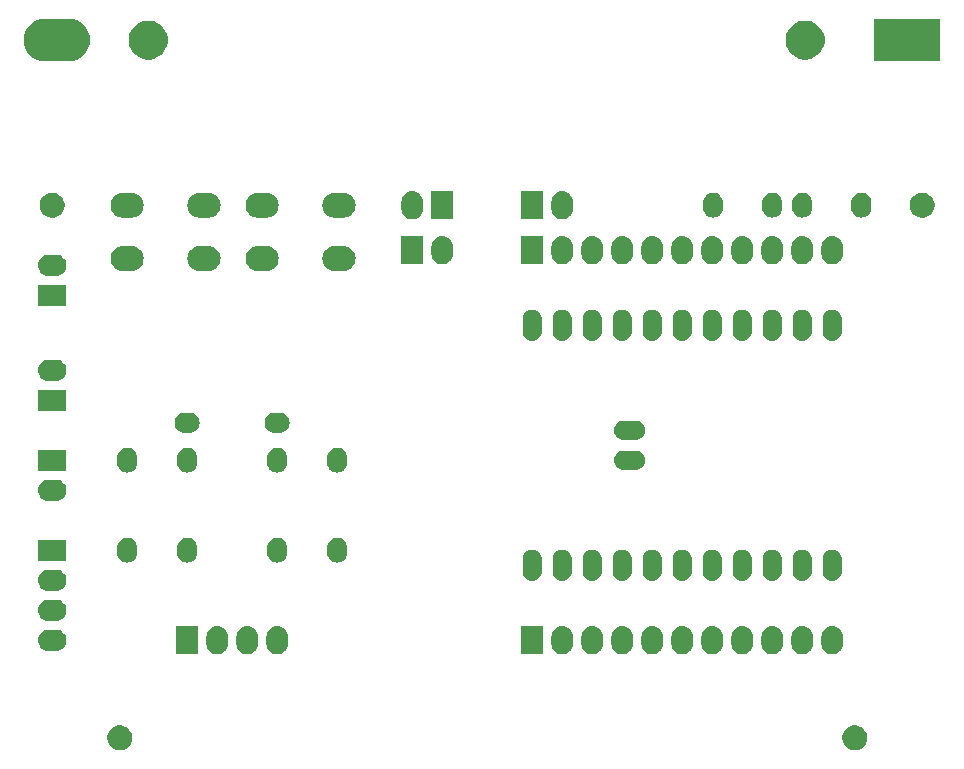
<source format=gts>
G04 #@! TF.GenerationSoftware,KiCad,Pcbnew,(5.1.5)-3*
G04 #@! TF.CreationDate,2020-07-16T15:34:51+02:00*
G04 #@! TF.ProjectId,AdaptaddorCubeCellV2,41646170-7461-4646-946f-724375626543,1.0*
G04 #@! TF.SameCoordinates,Original*
G04 #@! TF.FileFunction,Soldermask,Top*
G04 #@! TF.FilePolarity,Negative*
%FSLAX46Y46*%
G04 Gerber Fmt 4.6, Leading zero omitted, Abs format (unit mm)*
G04 Created by KiCad (PCBNEW (5.1.5)-3) date 2020-07-16 15:34:51*
%MOMM*%
%LPD*%
G04 APERTURE LIST*
%ADD10C,0.100000*%
G04 APERTURE END LIST*
D10*
G36*
X160961564Y-135514389D02*
G01*
X161152833Y-135593615D01*
X161152835Y-135593616D01*
X161324973Y-135708635D01*
X161471365Y-135855027D01*
X161586385Y-136027167D01*
X161665611Y-136218436D01*
X161706000Y-136421484D01*
X161706000Y-136628516D01*
X161665611Y-136831564D01*
X161586385Y-137022833D01*
X161586384Y-137022835D01*
X161471365Y-137194973D01*
X161324973Y-137341365D01*
X161152835Y-137456384D01*
X161152834Y-137456385D01*
X161152833Y-137456385D01*
X160961564Y-137535611D01*
X160758516Y-137576000D01*
X160551484Y-137576000D01*
X160348436Y-137535611D01*
X160157167Y-137456385D01*
X160157166Y-137456385D01*
X160157165Y-137456384D01*
X159985027Y-137341365D01*
X159838635Y-137194973D01*
X159723616Y-137022835D01*
X159723615Y-137022833D01*
X159644389Y-136831564D01*
X159604000Y-136628516D01*
X159604000Y-136421484D01*
X159644389Y-136218436D01*
X159723615Y-136027167D01*
X159838635Y-135855027D01*
X159985027Y-135708635D01*
X160157165Y-135593616D01*
X160157167Y-135593615D01*
X160348436Y-135514389D01*
X160551484Y-135474000D01*
X160758516Y-135474000D01*
X160961564Y-135514389D01*
G37*
G36*
X98731564Y-135514389D02*
G01*
X98922833Y-135593615D01*
X98922835Y-135593616D01*
X99094973Y-135708635D01*
X99241365Y-135855027D01*
X99356385Y-136027167D01*
X99435611Y-136218436D01*
X99476000Y-136421484D01*
X99476000Y-136628516D01*
X99435611Y-136831564D01*
X99356385Y-137022833D01*
X99356384Y-137022835D01*
X99241365Y-137194973D01*
X99094973Y-137341365D01*
X98922835Y-137456384D01*
X98922834Y-137456385D01*
X98922833Y-137456385D01*
X98731564Y-137535611D01*
X98528516Y-137576000D01*
X98321484Y-137576000D01*
X98118436Y-137535611D01*
X97927167Y-137456385D01*
X97927166Y-137456385D01*
X97927165Y-137456384D01*
X97755027Y-137341365D01*
X97608635Y-137194973D01*
X97493616Y-137022835D01*
X97493615Y-137022833D01*
X97414389Y-136831564D01*
X97374000Y-136628516D01*
X97374000Y-136421484D01*
X97414389Y-136218436D01*
X97493615Y-136027167D01*
X97608635Y-135855027D01*
X97755027Y-135708635D01*
X97927165Y-135593616D01*
X97927167Y-135593615D01*
X98118436Y-135514389D01*
X98321484Y-135474000D01*
X98528516Y-135474000D01*
X98731564Y-135514389D01*
G37*
G36*
X143686626Y-127082037D02*
G01*
X143856465Y-127133557D01*
X143856467Y-127133558D01*
X144012989Y-127217221D01*
X144150186Y-127329814D01*
X144233448Y-127431271D01*
X144262778Y-127467009D01*
X144346443Y-127623534D01*
X144397963Y-127793373D01*
X144397963Y-127793375D01*
X144410783Y-127923532D01*
X144411000Y-127925742D01*
X144411000Y-128614258D01*
X144397963Y-128746627D01*
X144346443Y-128916466D01*
X144262778Y-129072991D01*
X144235325Y-129106442D01*
X144150186Y-129210186D01*
X144048729Y-129293448D01*
X144012991Y-129322778D01*
X143856466Y-129406443D01*
X143686627Y-129457963D01*
X143510000Y-129475359D01*
X143333374Y-129457963D01*
X143163535Y-129406443D01*
X143007010Y-129322778D01*
X142971272Y-129293448D01*
X142869815Y-129210186D01*
X142784676Y-129106442D01*
X142757223Y-129072991D01*
X142673557Y-128916466D01*
X142622037Y-128746627D01*
X142613346Y-128658381D01*
X142609000Y-128614260D01*
X142609000Y-127925741D01*
X142622037Y-127793376D01*
X142622037Y-127793374D01*
X142673557Y-127623535D01*
X142757222Y-127467010D01*
X142784676Y-127433557D01*
X142869814Y-127329814D01*
X142971271Y-127246552D01*
X143007009Y-127217222D01*
X143163534Y-127133557D01*
X143333373Y-127082037D01*
X143510000Y-127064641D01*
X143686626Y-127082037D01*
G37*
G36*
X136066626Y-127082037D02*
G01*
X136236465Y-127133557D01*
X136236467Y-127133558D01*
X136392989Y-127217221D01*
X136530186Y-127329814D01*
X136613448Y-127431271D01*
X136642778Y-127467009D01*
X136726443Y-127623534D01*
X136777963Y-127793373D01*
X136777963Y-127793375D01*
X136790783Y-127923532D01*
X136791000Y-127925742D01*
X136791000Y-128614258D01*
X136777963Y-128746627D01*
X136726443Y-128916466D01*
X136642778Y-129072991D01*
X136615325Y-129106442D01*
X136530186Y-129210186D01*
X136428729Y-129293448D01*
X136392991Y-129322778D01*
X136236466Y-129406443D01*
X136066627Y-129457963D01*
X135890000Y-129475359D01*
X135713374Y-129457963D01*
X135543535Y-129406443D01*
X135387010Y-129322778D01*
X135351272Y-129293448D01*
X135249815Y-129210186D01*
X135164676Y-129106442D01*
X135137223Y-129072991D01*
X135053557Y-128916466D01*
X135002037Y-128746627D01*
X134993346Y-128658381D01*
X134989000Y-128614260D01*
X134989000Y-127925741D01*
X135002037Y-127793376D01*
X135002037Y-127793374D01*
X135053557Y-127623535D01*
X135137222Y-127467010D01*
X135164676Y-127433557D01*
X135249814Y-127329814D01*
X135351271Y-127246552D01*
X135387009Y-127217222D01*
X135543534Y-127133557D01*
X135713373Y-127082037D01*
X135890000Y-127064641D01*
X136066626Y-127082037D01*
G37*
G36*
X138606626Y-127082037D02*
G01*
X138776465Y-127133557D01*
X138776467Y-127133558D01*
X138932989Y-127217221D01*
X139070186Y-127329814D01*
X139153448Y-127431271D01*
X139182778Y-127467009D01*
X139266443Y-127623534D01*
X139317963Y-127793373D01*
X139317963Y-127793375D01*
X139330783Y-127923532D01*
X139331000Y-127925742D01*
X139331000Y-128614258D01*
X139317963Y-128746627D01*
X139266443Y-128916466D01*
X139182778Y-129072991D01*
X139155325Y-129106442D01*
X139070186Y-129210186D01*
X138968729Y-129293448D01*
X138932991Y-129322778D01*
X138776466Y-129406443D01*
X138606627Y-129457963D01*
X138430000Y-129475359D01*
X138253374Y-129457963D01*
X138083535Y-129406443D01*
X137927010Y-129322778D01*
X137891272Y-129293448D01*
X137789815Y-129210186D01*
X137704676Y-129106442D01*
X137677223Y-129072991D01*
X137593557Y-128916466D01*
X137542037Y-128746627D01*
X137533346Y-128658381D01*
X137529000Y-128614260D01*
X137529000Y-127925741D01*
X137542037Y-127793376D01*
X137542037Y-127793374D01*
X137593557Y-127623535D01*
X137677222Y-127467010D01*
X137704676Y-127433557D01*
X137789814Y-127329814D01*
X137891271Y-127246552D01*
X137927009Y-127217222D01*
X138083534Y-127133557D01*
X138253373Y-127082037D01*
X138430000Y-127064641D01*
X138606626Y-127082037D01*
G37*
G36*
X146226626Y-127082037D02*
G01*
X146396465Y-127133557D01*
X146396467Y-127133558D01*
X146552989Y-127217221D01*
X146690186Y-127329814D01*
X146773448Y-127431271D01*
X146802778Y-127467009D01*
X146886443Y-127623534D01*
X146937963Y-127793373D01*
X146937963Y-127793375D01*
X146950783Y-127923532D01*
X146951000Y-127925742D01*
X146951000Y-128614258D01*
X146937963Y-128746627D01*
X146886443Y-128916466D01*
X146802778Y-129072991D01*
X146775325Y-129106442D01*
X146690186Y-129210186D01*
X146588729Y-129293448D01*
X146552991Y-129322778D01*
X146396466Y-129406443D01*
X146226627Y-129457963D01*
X146050000Y-129475359D01*
X145873374Y-129457963D01*
X145703535Y-129406443D01*
X145547010Y-129322778D01*
X145511272Y-129293448D01*
X145409815Y-129210186D01*
X145324676Y-129106442D01*
X145297223Y-129072991D01*
X145213557Y-128916466D01*
X145162037Y-128746627D01*
X145153346Y-128658381D01*
X145149000Y-128614260D01*
X145149000Y-127925741D01*
X145162037Y-127793376D01*
X145162037Y-127793374D01*
X145213557Y-127623535D01*
X145297222Y-127467010D01*
X145324676Y-127433557D01*
X145409814Y-127329814D01*
X145511271Y-127246552D01*
X145547009Y-127217222D01*
X145703534Y-127133557D01*
X145873373Y-127082037D01*
X146050000Y-127064641D01*
X146226626Y-127082037D01*
G37*
G36*
X148766626Y-127082037D02*
G01*
X148936465Y-127133557D01*
X148936467Y-127133558D01*
X149092989Y-127217221D01*
X149230186Y-127329814D01*
X149313448Y-127431271D01*
X149342778Y-127467009D01*
X149426443Y-127623534D01*
X149477963Y-127793373D01*
X149477963Y-127793375D01*
X149490783Y-127923532D01*
X149491000Y-127925742D01*
X149491000Y-128614258D01*
X149477963Y-128746627D01*
X149426443Y-128916466D01*
X149342778Y-129072991D01*
X149315325Y-129106442D01*
X149230186Y-129210186D01*
X149128729Y-129293448D01*
X149092991Y-129322778D01*
X148936466Y-129406443D01*
X148766627Y-129457963D01*
X148590000Y-129475359D01*
X148413374Y-129457963D01*
X148243535Y-129406443D01*
X148087010Y-129322778D01*
X148051272Y-129293448D01*
X147949815Y-129210186D01*
X147864676Y-129106442D01*
X147837223Y-129072991D01*
X147753557Y-128916466D01*
X147702037Y-128746627D01*
X147693346Y-128658381D01*
X147689000Y-128614260D01*
X147689000Y-127925741D01*
X147702037Y-127793376D01*
X147702037Y-127793374D01*
X147753557Y-127623535D01*
X147837222Y-127467010D01*
X147864676Y-127433557D01*
X147949814Y-127329814D01*
X148051271Y-127246552D01*
X148087009Y-127217222D01*
X148243534Y-127133557D01*
X148413373Y-127082037D01*
X148590000Y-127064641D01*
X148766626Y-127082037D01*
G37*
G36*
X151306626Y-127082037D02*
G01*
X151476465Y-127133557D01*
X151476467Y-127133558D01*
X151632989Y-127217221D01*
X151770186Y-127329814D01*
X151853448Y-127431271D01*
X151882778Y-127467009D01*
X151966443Y-127623534D01*
X152017963Y-127793373D01*
X152017963Y-127793375D01*
X152030783Y-127923532D01*
X152031000Y-127925742D01*
X152031000Y-128614258D01*
X152017963Y-128746627D01*
X151966443Y-128916466D01*
X151882778Y-129072991D01*
X151855325Y-129106442D01*
X151770186Y-129210186D01*
X151668729Y-129293448D01*
X151632991Y-129322778D01*
X151476466Y-129406443D01*
X151306627Y-129457963D01*
X151130000Y-129475359D01*
X150953374Y-129457963D01*
X150783535Y-129406443D01*
X150627010Y-129322778D01*
X150591272Y-129293448D01*
X150489815Y-129210186D01*
X150404676Y-129106442D01*
X150377223Y-129072991D01*
X150293557Y-128916466D01*
X150242037Y-128746627D01*
X150233346Y-128658381D01*
X150229000Y-128614260D01*
X150229000Y-127925741D01*
X150242037Y-127793376D01*
X150242037Y-127793374D01*
X150293557Y-127623535D01*
X150377222Y-127467010D01*
X150404676Y-127433557D01*
X150489814Y-127329814D01*
X150591271Y-127246552D01*
X150627009Y-127217222D01*
X150783534Y-127133557D01*
X150953373Y-127082037D01*
X151130000Y-127064641D01*
X151306626Y-127082037D01*
G37*
G36*
X156386626Y-127082037D02*
G01*
X156556465Y-127133557D01*
X156556467Y-127133558D01*
X156712989Y-127217221D01*
X156850186Y-127329814D01*
X156933448Y-127431271D01*
X156962778Y-127467009D01*
X157046443Y-127623534D01*
X157097963Y-127793373D01*
X157097963Y-127793375D01*
X157110783Y-127923532D01*
X157111000Y-127925742D01*
X157111000Y-128614258D01*
X157097963Y-128746627D01*
X157046443Y-128916466D01*
X156962778Y-129072991D01*
X156935325Y-129106442D01*
X156850186Y-129210186D01*
X156748729Y-129293448D01*
X156712991Y-129322778D01*
X156556466Y-129406443D01*
X156386627Y-129457963D01*
X156210000Y-129475359D01*
X156033374Y-129457963D01*
X155863535Y-129406443D01*
X155707010Y-129322778D01*
X155671272Y-129293448D01*
X155569815Y-129210186D01*
X155484676Y-129106442D01*
X155457223Y-129072991D01*
X155373557Y-128916466D01*
X155322037Y-128746627D01*
X155313346Y-128658381D01*
X155309000Y-128614260D01*
X155309000Y-127925741D01*
X155322037Y-127793376D01*
X155322037Y-127793374D01*
X155373557Y-127623535D01*
X155457222Y-127467010D01*
X155484676Y-127433557D01*
X155569814Y-127329814D01*
X155671271Y-127246552D01*
X155707009Y-127217222D01*
X155863534Y-127133557D01*
X156033373Y-127082037D01*
X156210000Y-127064641D01*
X156386626Y-127082037D01*
G37*
G36*
X158926626Y-127082037D02*
G01*
X159096465Y-127133557D01*
X159096467Y-127133558D01*
X159252989Y-127217221D01*
X159390186Y-127329814D01*
X159473448Y-127431271D01*
X159502778Y-127467009D01*
X159586443Y-127623534D01*
X159637963Y-127793373D01*
X159637963Y-127793375D01*
X159650783Y-127923532D01*
X159651000Y-127925742D01*
X159651000Y-128614258D01*
X159637963Y-128746627D01*
X159586443Y-128916466D01*
X159502778Y-129072991D01*
X159475325Y-129106442D01*
X159390186Y-129210186D01*
X159288729Y-129293448D01*
X159252991Y-129322778D01*
X159096466Y-129406443D01*
X158926627Y-129457963D01*
X158750000Y-129475359D01*
X158573374Y-129457963D01*
X158403535Y-129406443D01*
X158247010Y-129322778D01*
X158211272Y-129293448D01*
X158109815Y-129210186D01*
X158024676Y-129106442D01*
X157997223Y-129072991D01*
X157913557Y-128916466D01*
X157862037Y-128746627D01*
X157853346Y-128658381D01*
X157849000Y-128614260D01*
X157849000Y-127925741D01*
X157862037Y-127793376D01*
X157862037Y-127793374D01*
X157913557Y-127623535D01*
X157997222Y-127467010D01*
X158024676Y-127433557D01*
X158109814Y-127329814D01*
X158211271Y-127246552D01*
X158247009Y-127217222D01*
X158403534Y-127133557D01*
X158573373Y-127082037D01*
X158750000Y-127064641D01*
X158926626Y-127082037D01*
G37*
G36*
X111936626Y-127082037D02*
G01*
X112106465Y-127133557D01*
X112106467Y-127133558D01*
X112262989Y-127217221D01*
X112400186Y-127329814D01*
X112483448Y-127431271D01*
X112512778Y-127467009D01*
X112596443Y-127623534D01*
X112647963Y-127793373D01*
X112647963Y-127793375D01*
X112660783Y-127923532D01*
X112661000Y-127925742D01*
X112661000Y-128614258D01*
X112647963Y-128746627D01*
X112596443Y-128916466D01*
X112512778Y-129072991D01*
X112485325Y-129106442D01*
X112400186Y-129210186D01*
X112298729Y-129293448D01*
X112262991Y-129322778D01*
X112106466Y-129406443D01*
X111936627Y-129457963D01*
X111760000Y-129475359D01*
X111583374Y-129457963D01*
X111413535Y-129406443D01*
X111257010Y-129322778D01*
X111221272Y-129293448D01*
X111119815Y-129210186D01*
X111034676Y-129106442D01*
X111007223Y-129072991D01*
X110923557Y-128916466D01*
X110872037Y-128746627D01*
X110863346Y-128658381D01*
X110859000Y-128614260D01*
X110859000Y-127925741D01*
X110872037Y-127793376D01*
X110872037Y-127793374D01*
X110923557Y-127623535D01*
X111007222Y-127467010D01*
X111034676Y-127433557D01*
X111119814Y-127329814D01*
X111221271Y-127246552D01*
X111257009Y-127217222D01*
X111413534Y-127133557D01*
X111583373Y-127082037D01*
X111760000Y-127064641D01*
X111936626Y-127082037D01*
G37*
G36*
X141146626Y-127082037D02*
G01*
X141316465Y-127133557D01*
X141316467Y-127133558D01*
X141472989Y-127217221D01*
X141610186Y-127329814D01*
X141693448Y-127431271D01*
X141722778Y-127467009D01*
X141806443Y-127623534D01*
X141857963Y-127793373D01*
X141857963Y-127793375D01*
X141870783Y-127923532D01*
X141871000Y-127925742D01*
X141871000Y-128614258D01*
X141857963Y-128746627D01*
X141806443Y-128916466D01*
X141722778Y-129072991D01*
X141695325Y-129106442D01*
X141610186Y-129210186D01*
X141508729Y-129293448D01*
X141472991Y-129322778D01*
X141316466Y-129406443D01*
X141146627Y-129457963D01*
X140970000Y-129475359D01*
X140793374Y-129457963D01*
X140623535Y-129406443D01*
X140467010Y-129322778D01*
X140431272Y-129293448D01*
X140329815Y-129210186D01*
X140244676Y-129106442D01*
X140217223Y-129072991D01*
X140133557Y-128916466D01*
X140082037Y-128746627D01*
X140073346Y-128658381D01*
X140069000Y-128614260D01*
X140069000Y-127925741D01*
X140082037Y-127793376D01*
X140082037Y-127793374D01*
X140133557Y-127623535D01*
X140217222Y-127467010D01*
X140244676Y-127433557D01*
X140329814Y-127329814D01*
X140431271Y-127246552D01*
X140467009Y-127217222D01*
X140623534Y-127133557D01*
X140793373Y-127082037D01*
X140970000Y-127064641D01*
X141146626Y-127082037D01*
G37*
G36*
X106856626Y-127082037D02*
G01*
X107026465Y-127133557D01*
X107026467Y-127133558D01*
X107182989Y-127217221D01*
X107320186Y-127329814D01*
X107403448Y-127431271D01*
X107432778Y-127467009D01*
X107516443Y-127623534D01*
X107567963Y-127793373D01*
X107567963Y-127793375D01*
X107580783Y-127923532D01*
X107581000Y-127925742D01*
X107581000Y-128614258D01*
X107567963Y-128746627D01*
X107516443Y-128916466D01*
X107432778Y-129072991D01*
X107405325Y-129106442D01*
X107320186Y-129210186D01*
X107218729Y-129293448D01*
X107182991Y-129322778D01*
X107026466Y-129406443D01*
X106856627Y-129457963D01*
X106680000Y-129475359D01*
X106503374Y-129457963D01*
X106333535Y-129406443D01*
X106177010Y-129322778D01*
X106141272Y-129293448D01*
X106039815Y-129210186D01*
X105954676Y-129106442D01*
X105927223Y-129072991D01*
X105843557Y-128916466D01*
X105792037Y-128746627D01*
X105783346Y-128658381D01*
X105779000Y-128614260D01*
X105779000Y-127925741D01*
X105792037Y-127793376D01*
X105792037Y-127793374D01*
X105843557Y-127623535D01*
X105927222Y-127467010D01*
X105954676Y-127433557D01*
X106039814Y-127329814D01*
X106141271Y-127246552D01*
X106177009Y-127217222D01*
X106333534Y-127133557D01*
X106503373Y-127082037D01*
X106680000Y-127064641D01*
X106856626Y-127082037D01*
G37*
G36*
X109396626Y-127082037D02*
G01*
X109566465Y-127133557D01*
X109566467Y-127133558D01*
X109722989Y-127217221D01*
X109860186Y-127329814D01*
X109943448Y-127431271D01*
X109972778Y-127467009D01*
X110056443Y-127623534D01*
X110107963Y-127793373D01*
X110107963Y-127793375D01*
X110120783Y-127923532D01*
X110121000Y-127925742D01*
X110121000Y-128614258D01*
X110107963Y-128746627D01*
X110056443Y-128916466D01*
X109972778Y-129072991D01*
X109945325Y-129106442D01*
X109860186Y-129210186D01*
X109758729Y-129293448D01*
X109722991Y-129322778D01*
X109566466Y-129406443D01*
X109396627Y-129457963D01*
X109220000Y-129475359D01*
X109043374Y-129457963D01*
X108873535Y-129406443D01*
X108717010Y-129322778D01*
X108681272Y-129293448D01*
X108579815Y-129210186D01*
X108494676Y-129106442D01*
X108467223Y-129072991D01*
X108383557Y-128916466D01*
X108332037Y-128746627D01*
X108323346Y-128658381D01*
X108319000Y-128614260D01*
X108319000Y-127925741D01*
X108332037Y-127793376D01*
X108332037Y-127793374D01*
X108383557Y-127623535D01*
X108467222Y-127467010D01*
X108494676Y-127433557D01*
X108579814Y-127329814D01*
X108681271Y-127246552D01*
X108717009Y-127217222D01*
X108873534Y-127133557D01*
X109043373Y-127082037D01*
X109220000Y-127064641D01*
X109396626Y-127082037D01*
G37*
G36*
X153846626Y-127082037D02*
G01*
X154016465Y-127133557D01*
X154016467Y-127133558D01*
X154172989Y-127217221D01*
X154310186Y-127329814D01*
X154393448Y-127431271D01*
X154422778Y-127467009D01*
X154506443Y-127623534D01*
X154557963Y-127793373D01*
X154557963Y-127793375D01*
X154570783Y-127923532D01*
X154571000Y-127925742D01*
X154571000Y-128614258D01*
X154557963Y-128746627D01*
X154506443Y-128916466D01*
X154422778Y-129072991D01*
X154395325Y-129106442D01*
X154310186Y-129210186D01*
X154208729Y-129293448D01*
X154172991Y-129322778D01*
X154016466Y-129406443D01*
X153846627Y-129457963D01*
X153670000Y-129475359D01*
X153493374Y-129457963D01*
X153323535Y-129406443D01*
X153167010Y-129322778D01*
X153131272Y-129293448D01*
X153029815Y-129210186D01*
X152944676Y-129106442D01*
X152917223Y-129072991D01*
X152833557Y-128916466D01*
X152782037Y-128746627D01*
X152773346Y-128658381D01*
X152769000Y-128614260D01*
X152769000Y-127925741D01*
X152782037Y-127793376D01*
X152782037Y-127793374D01*
X152833557Y-127623535D01*
X152917222Y-127467010D01*
X152944676Y-127433557D01*
X153029814Y-127329814D01*
X153131271Y-127246552D01*
X153167009Y-127217222D01*
X153323534Y-127133557D01*
X153493373Y-127082037D01*
X153670000Y-127064641D01*
X153846626Y-127082037D01*
G37*
G36*
X105041000Y-129471000D02*
G01*
X103239000Y-129471000D01*
X103239000Y-127069000D01*
X105041000Y-127069000D01*
X105041000Y-129471000D01*
G37*
G36*
X134251000Y-129471000D02*
G01*
X132449000Y-129471000D01*
X132449000Y-127069000D01*
X134251000Y-127069000D01*
X134251000Y-129471000D01*
G37*
G36*
X93120442Y-127375518D02*
G01*
X93186627Y-127382037D01*
X93356466Y-127433557D01*
X93512991Y-127517222D01*
X93548729Y-127546552D01*
X93650186Y-127629814D01*
X93733448Y-127731271D01*
X93762778Y-127767009D01*
X93846443Y-127923534D01*
X93897963Y-128093373D01*
X93915359Y-128270000D01*
X93897963Y-128446627D01*
X93846443Y-128616466D01*
X93762778Y-128772991D01*
X93733448Y-128808729D01*
X93650186Y-128910186D01*
X93548729Y-128993448D01*
X93512991Y-129022778D01*
X93356466Y-129106443D01*
X93186627Y-129157963D01*
X93120442Y-129164482D01*
X93054260Y-129171000D01*
X92365740Y-129171000D01*
X92299558Y-129164482D01*
X92233373Y-129157963D01*
X92063534Y-129106443D01*
X91907009Y-129022778D01*
X91871271Y-128993448D01*
X91769814Y-128910186D01*
X91686552Y-128808729D01*
X91657222Y-128772991D01*
X91573557Y-128616466D01*
X91522037Y-128446627D01*
X91504641Y-128270000D01*
X91522037Y-128093373D01*
X91573557Y-127923534D01*
X91657222Y-127767009D01*
X91686552Y-127731271D01*
X91769814Y-127629814D01*
X91871271Y-127546552D01*
X91907009Y-127517222D01*
X92063534Y-127433557D01*
X92233373Y-127382037D01*
X92299558Y-127375518D01*
X92365740Y-127369000D01*
X93054260Y-127369000D01*
X93120442Y-127375518D01*
G37*
G36*
X93120443Y-124835519D02*
G01*
X93186627Y-124842037D01*
X93356466Y-124893557D01*
X93512991Y-124977222D01*
X93548729Y-125006552D01*
X93650186Y-125089814D01*
X93733448Y-125191271D01*
X93762778Y-125227009D01*
X93846443Y-125383534D01*
X93897963Y-125553373D01*
X93915359Y-125730000D01*
X93897963Y-125906627D01*
X93846443Y-126076466D01*
X93762778Y-126232991D01*
X93733448Y-126268729D01*
X93650186Y-126370186D01*
X93548729Y-126453448D01*
X93512991Y-126482778D01*
X93356466Y-126566443D01*
X93186627Y-126617963D01*
X93120442Y-126624482D01*
X93054260Y-126631000D01*
X92365740Y-126631000D01*
X92299558Y-126624482D01*
X92233373Y-126617963D01*
X92063534Y-126566443D01*
X91907009Y-126482778D01*
X91871271Y-126453448D01*
X91769814Y-126370186D01*
X91686552Y-126268729D01*
X91657222Y-126232991D01*
X91573557Y-126076466D01*
X91522037Y-125906627D01*
X91504641Y-125730000D01*
X91522037Y-125553373D01*
X91573557Y-125383534D01*
X91657222Y-125227009D01*
X91686552Y-125191271D01*
X91769814Y-125089814D01*
X91871271Y-125006552D01*
X91907009Y-124977222D01*
X92063534Y-124893557D01*
X92233373Y-124842037D01*
X92299557Y-124835519D01*
X92365740Y-124829000D01*
X93054260Y-124829000D01*
X93120443Y-124835519D01*
G37*
G36*
X93120443Y-122295519D02*
G01*
X93186627Y-122302037D01*
X93356466Y-122353557D01*
X93512991Y-122437222D01*
X93540664Y-122459933D01*
X93650186Y-122549814D01*
X93733448Y-122651271D01*
X93762778Y-122687009D01*
X93846443Y-122843534D01*
X93897963Y-123013373D01*
X93915359Y-123190000D01*
X93897963Y-123366627D01*
X93846443Y-123536466D01*
X93762778Y-123692991D01*
X93733448Y-123728729D01*
X93650186Y-123830186D01*
X93548729Y-123913448D01*
X93512991Y-123942778D01*
X93356466Y-124026443D01*
X93186627Y-124077963D01*
X93120442Y-124084482D01*
X93054260Y-124091000D01*
X92365740Y-124091000D01*
X92299558Y-124084482D01*
X92233373Y-124077963D01*
X92063534Y-124026443D01*
X91907009Y-123942778D01*
X91871271Y-123913448D01*
X91769814Y-123830186D01*
X91686552Y-123728729D01*
X91657222Y-123692991D01*
X91573557Y-123536466D01*
X91522037Y-123366627D01*
X91504641Y-123190000D01*
X91522037Y-123013373D01*
X91573557Y-122843534D01*
X91657222Y-122687009D01*
X91686552Y-122651271D01*
X91769814Y-122549814D01*
X91879336Y-122459933D01*
X91907009Y-122437222D01*
X92063534Y-122353557D01*
X92233373Y-122302037D01*
X92299557Y-122295519D01*
X92365740Y-122289000D01*
X93054260Y-122289000D01*
X93120443Y-122295519D01*
G37*
G36*
X141129375Y-120618764D02*
G01*
X141282626Y-120665252D01*
X141282629Y-120665253D01*
X141423863Y-120740744D01*
X141547659Y-120842341D01*
X141649256Y-120966137D01*
X141724747Y-121107370D01*
X141724747Y-121107371D01*
X141724748Y-121107373D01*
X141771236Y-121260624D01*
X141783000Y-121380067D01*
X141783000Y-122459933D01*
X141771236Y-122579376D01*
X141738586Y-122687009D01*
X141724747Y-122732630D01*
X141649256Y-122873863D01*
X141547659Y-122997659D01*
X141423863Y-123099256D01*
X141282630Y-123174747D01*
X141282627Y-123174748D01*
X141129376Y-123221236D01*
X140970000Y-123236933D01*
X140810625Y-123221236D01*
X140657374Y-123174748D01*
X140657371Y-123174747D01*
X140516138Y-123099256D01*
X140392342Y-122997659D01*
X140290745Y-122873863D01*
X140215254Y-122732630D01*
X140201415Y-122687009D01*
X140168765Y-122579376D01*
X140157001Y-122459933D01*
X140157000Y-121380068D01*
X140168764Y-121260625D01*
X140215252Y-121107374D01*
X140215253Y-121107371D01*
X140290744Y-120966137D01*
X140392341Y-120842341D01*
X140516137Y-120740744D01*
X140657370Y-120665253D01*
X140657373Y-120665252D01*
X140810624Y-120618764D01*
X140970000Y-120603067D01*
X141129375Y-120618764D01*
G37*
G36*
X133509375Y-120618764D02*
G01*
X133662626Y-120665252D01*
X133662629Y-120665253D01*
X133803863Y-120740744D01*
X133927659Y-120842341D01*
X134029256Y-120966137D01*
X134104747Y-121107370D01*
X134104747Y-121107371D01*
X134104748Y-121107373D01*
X134151236Y-121260624D01*
X134163000Y-121380067D01*
X134163000Y-122459933D01*
X134151236Y-122579376D01*
X134118586Y-122687009D01*
X134104747Y-122732630D01*
X134029256Y-122873863D01*
X133927659Y-122997659D01*
X133803863Y-123099256D01*
X133662630Y-123174747D01*
X133662627Y-123174748D01*
X133509376Y-123221236D01*
X133350000Y-123236933D01*
X133190625Y-123221236D01*
X133037374Y-123174748D01*
X133037371Y-123174747D01*
X132896138Y-123099256D01*
X132772342Y-122997659D01*
X132670745Y-122873863D01*
X132595254Y-122732630D01*
X132581415Y-122687009D01*
X132548765Y-122579376D01*
X132537001Y-122459933D01*
X132537000Y-121380068D01*
X132548764Y-121260625D01*
X132595252Y-121107374D01*
X132595253Y-121107371D01*
X132670744Y-120966137D01*
X132772341Y-120842341D01*
X132896137Y-120740744D01*
X133037370Y-120665253D01*
X133037373Y-120665252D01*
X133190624Y-120618764D01*
X133350000Y-120603067D01*
X133509375Y-120618764D01*
G37*
G36*
X136049375Y-120618764D02*
G01*
X136202626Y-120665252D01*
X136202629Y-120665253D01*
X136343863Y-120740744D01*
X136467659Y-120842341D01*
X136569256Y-120966137D01*
X136644747Y-121107370D01*
X136644747Y-121107371D01*
X136644748Y-121107373D01*
X136691236Y-121260624D01*
X136703000Y-121380067D01*
X136703000Y-122459933D01*
X136691236Y-122579376D01*
X136658586Y-122687009D01*
X136644747Y-122732630D01*
X136569256Y-122873863D01*
X136467659Y-122997659D01*
X136343863Y-123099256D01*
X136202630Y-123174747D01*
X136202627Y-123174748D01*
X136049376Y-123221236D01*
X135890000Y-123236933D01*
X135730625Y-123221236D01*
X135577374Y-123174748D01*
X135577371Y-123174747D01*
X135436138Y-123099256D01*
X135312342Y-122997659D01*
X135210745Y-122873863D01*
X135135254Y-122732630D01*
X135121415Y-122687009D01*
X135088765Y-122579376D01*
X135077001Y-122459933D01*
X135077000Y-121380068D01*
X135088764Y-121260625D01*
X135135252Y-121107374D01*
X135135253Y-121107371D01*
X135210744Y-120966137D01*
X135312341Y-120842341D01*
X135436137Y-120740744D01*
X135577370Y-120665253D01*
X135577373Y-120665252D01*
X135730624Y-120618764D01*
X135890000Y-120603067D01*
X136049375Y-120618764D01*
G37*
G36*
X138589375Y-120618764D02*
G01*
X138742626Y-120665252D01*
X138742629Y-120665253D01*
X138883863Y-120740744D01*
X139007659Y-120842341D01*
X139109256Y-120966137D01*
X139184747Y-121107370D01*
X139184747Y-121107371D01*
X139184748Y-121107373D01*
X139231236Y-121260624D01*
X139243000Y-121380067D01*
X139243000Y-122459933D01*
X139231236Y-122579376D01*
X139198586Y-122687009D01*
X139184747Y-122732630D01*
X139109256Y-122873863D01*
X139007659Y-122997659D01*
X138883863Y-123099256D01*
X138742630Y-123174747D01*
X138742627Y-123174748D01*
X138589376Y-123221236D01*
X138430000Y-123236933D01*
X138270625Y-123221236D01*
X138117374Y-123174748D01*
X138117371Y-123174747D01*
X137976138Y-123099256D01*
X137852342Y-122997659D01*
X137750745Y-122873863D01*
X137675254Y-122732630D01*
X137661415Y-122687009D01*
X137628765Y-122579376D01*
X137617001Y-122459933D01*
X137617000Y-121380068D01*
X137628764Y-121260625D01*
X137675252Y-121107374D01*
X137675253Y-121107371D01*
X137750744Y-120966137D01*
X137852341Y-120842341D01*
X137976137Y-120740744D01*
X138117370Y-120665253D01*
X138117373Y-120665252D01*
X138270624Y-120618764D01*
X138430000Y-120603067D01*
X138589375Y-120618764D01*
G37*
G36*
X143669375Y-120618764D02*
G01*
X143822626Y-120665252D01*
X143822629Y-120665253D01*
X143963863Y-120740744D01*
X144087659Y-120842341D01*
X144189256Y-120966137D01*
X144264747Y-121107370D01*
X144264747Y-121107371D01*
X144264748Y-121107373D01*
X144311236Y-121260624D01*
X144323000Y-121380067D01*
X144323000Y-122459933D01*
X144311236Y-122579376D01*
X144278586Y-122687009D01*
X144264747Y-122732630D01*
X144189256Y-122873863D01*
X144087659Y-122997659D01*
X143963863Y-123099256D01*
X143822630Y-123174747D01*
X143822627Y-123174748D01*
X143669376Y-123221236D01*
X143510000Y-123236933D01*
X143350625Y-123221236D01*
X143197374Y-123174748D01*
X143197371Y-123174747D01*
X143056138Y-123099256D01*
X142932342Y-122997659D01*
X142830745Y-122873863D01*
X142755254Y-122732630D01*
X142741415Y-122687009D01*
X142708765Y-122579376D01*
X142697001Y-122459933D01*
X142697000Y-121380068D01*
X142708764Y-121260625D01*
X142755252Y-121107374D01*
X142755253Y-121107371D01*
X142830744Y-120966137D01*
X142932341Y-120842341D01*
X143056137Y-120740744D01*
X143197370Y-120665253D01*
X143197373Y-120665252D01*
X143350624Y-120618764D01*
X143510000Y-120603067D01*
X143669375Y-120618764D01*
G37*
G36*
X146209375Y-120618764D02*
G01*
X146362626Y-120665252D01*
X146362629Y-120665253D01*
X146503863Y-120740744D01*
X146627659Y-120842341D01*
X146729256Y-120966137D01*
X146804747Y-121107370D01*
X146804747Y-121107371D01*
X146804748Y-121107373D01*
X146851236Y-121260624D01*
X146863000Y-121380067D01*
X146863000Y-122459933D01*
X146851236Y-122579376D01*
X146818586Y-122687009D01*
X146804747Y-122732630D01*
X146729256Y-122873863D01*
X146627659Y-122997659D01*
X146503863Y-123099256D01*
X146362630Y-123174747D01*
X146362627Y-123174748D01*
X146209376Y-123221236D01*
X146050000Y-123236933D01*
X145890625Y-123221236D01*
X145737374Y-123174748D01*
X145737371Y-123174747D01*
X145596138Y-123099256D01*
X145472342Y-122997659D01*
X145370745Y-122873863D01*
X145295254Y-122732630D01*
X145281415Y-122687009D01*
X145248765Y-122579376D01*
X145237001Y-122459933D01*
X145237000Y-121380068D01*
X145248764Y-121260625D01*
X145295252Y-121107374D01*
X145295253Y-121107371D01*
X145370744Y-120966137D01*
X145472341Y-120842341D01*
X145596137Y-120740744D01*
X145737370Y-120665253D01*
X145737373Y-120665252D01*
X145890624Y-120618764D01*
X146050000Y-120603067D01*
X146209375Y-120618764D01*
G37*
G36*
X151289375Y-120618764D02*
G01*
X151442626Y-120665252D01*
X151442629Y-120665253D01*
X151583863Y-120740744D01*
X151707659Y-120842341D01*
X151809256Y-120966137D01*
X151884747Y-121107370D01*
X151884747Y-121107371D01*
X151884748Y-121107373D01*
X151931236Y-121260624D01*
X151943000Y-121380067D01*
X151943000Y-122459933D01*
X151931236Y-122579376D01*
X151898586Y-122687009D01*
X151884747Y-122732630D01*
X151809256Y-122873863D01*
X151707659Y-122997659D01*
X151583863Y-123099256D01*
X151442630Y-123174747D01*
X151442627Y-123174748D01*
X151289376Y-123221236D01*
X151130000Y-123236933D01*
X150970625Y-123221236D01*
X150817374Y-123174748D01*
X150817371Y-123174747D01*
X150676138Y-123099256D01*
X150552342Y-122997659D01*
X150450745Y-122873863D01*
X150375254Y-122732630D01*
X150361415Y-122687009D01*
X150328765Y-122579376D01*
X150317001Y-122459933D01*
X150317000Y-121380068D01*
X150328764Y-121260625D01*
X150375252Y-121107374D01*
X150375253Y-121107371D01*
X150450744Y-120966137D01*
X150552341Y-120842341D01*
X150676137Y-120740744D01*
X150817370Y-120665253D01*
X150817373Y-120665252D01*
X150970624Y-120618764D01*
X151130000Y-120603067D01*
X151289375Y-120618764D01*
G37*
G36*
X156369375Y-120618764D02*
G01*
X156522626Y-120665252D01*
X156522629Y-120665253D01*
X156663863Y-120740744D01*
X156787659Y-120842341D01*
X156889256Y-120966137D01*
X156964747Y-121107370D01*
X156964747Y-121107371D01*
X156964748Y-121107373D01*
X157011236Y-121260624D01*
X157023000Y-121380067D01*
X157023000Y-122459933D01*
X157011236Y-122579376D01*
X156978586Y-122687009D01*
X156964747Y-122732630D01*
X156889256Y-122873863D01*
X156787659Y-122997659D01*
X156663863Y-123099256D01*
X156522630Y-123174747D01*
X156522627Y-123174748D01*
X156369376Y-123221236D01*
X156210000Y-123236933D01*
X156050625Y-123221236D01*
X155897374Y-123174748D01*
X155897371Y-123174747D01*
X155756138Y-123099256D01*
X155632342Y-122997659D01*
X155530745Y-122873863D01*
X155455254Y-122732630D01*
X155441415Y-122687009D01*
X155408765Y-122579376D01*
X155397001Y-122459933D01*
X155397000Y-121380068D01*
X155408764Y-121260625D01*
X155455252Y-121107374D01*
X155455253Y-121107371D01*
X155530744Y-120966137D01*
X155632341Y-120842341D01*
X155756137Y-120740744D01*
X155897370Y-120665253D01*
X155897373Y-120665252D01*
X156050624Y-120618764D01*
X156210000Y-120603067D01*
X156369375Y-120618764D01*
G37*
G36*
X153829375Y-120618764D02*
G01*
X153982626Y-120665252D01*
X153982629Y-120665253D01*
X154123863Y-120740744D01*
X154247659Y-120842341D01*
X154349256Y-120966137D01*
X154424747Y-121107370D01*
X154424747Y-121107371D01*
X154424748Y-121107373D01*
X154471236Y-121260624D01*
X154483000Y-121380067D01*
X154483000Y-122459933D01*
X154471236Y-122579376D01*
X154438586Y-122687009D01*
X154424747Y-122732630D01*
X154349256Y-122873863D01*
X154247659Y-122997659D01*
X154123863Y-123099256D01*
X153982630Y-123174747D01*
X153982627Y-123174748D01*
X153829376Y-123221236D01*
X153670000Y-123236933D01*
X153510625Y-123221236D01*
X153357374Y-123174748D01*
X153357371Y-123174747D01*
X153216138Y-123099256D01*
X153092342Y-122997659D01*
X152990745Y-122873863D01*
X152915254Y-122732630D01*
X152901415Y-122687009D01*
X152868765Y-122579376D01*
X152857001Y-122459933D01*
X152857000Y-121380068D01*
X152868764Y-121260625D01*
X152915252Y-121107374D01*
X152915253Y-121107371D01*
X152990744Y-120966137D01*
X153092341Y-120842341D01*
X153216137Y-120740744D01*
X153357370Y-120665253D01*
X153357373Y-120665252D01*
X153510624Y-120618764D01*
X153670000Y-120603067D01*
X153829375Y-120618764D01*
G37*
G36*
X158909375Y-120618764D02*
G01*
X159062626Y-120665252D01*
X159062629Y-120665253D01*
X159203863Y-120740744D01*
X159327659Y-120842341D01*
X159429256Y-120966137D01*
X159504747Y-121107370D01*
X159504747Y-121107371D01*
X159504748Y-121107373D01*
X159551236Y-121260624D01*
X159563000Y-121380067D01*
X159563000Y-122459933D01*
X159551236Y-122579376D01*
X159518586Y-122687009D01*
X159504747Y-122732630D01*
X159429256Y-122873863D01*
X159327659Y-122997659D01*
X159203863Y-123099256D01*
X159062630Y-123174747D01*
X159062627Y-123174748D01*
X158909376Y-123221236D01*
X158750000Y-123236933D01*
X158590625Y-123221236D01*
X158437374Y-123174748D01*
X158437371Y-123174747D01*
X158296138Y-123099256D01*
X158172342Y-122997659D01*
X158070745Y-122873863D01*
X157995254Y-122732630D01*
X157981415Y-122687009D01*
X157948765Y-122579376D01*
X157937001Y-122459933D01*
X157937000Y-121380068D01*
X157948764Y-121260625D01*
X157995252Y-121107374D01*
X157995253Y-121107371D01*
X158070744Y-120966137D01*
X158172341Y-120842341D01*
X158296137Y-120740744D01*
X158437370Y-120665253D01*
X158437373Y-120665252D01*
X158590624Y-120618764D01*
X158750000Y-120603067D01*
X158909375Y-120618764D01*
G37*
G36*
X148749375Y-120618764D02*
G01*
X148902626Y-120665252D01*
X148902629Y-120665253D01*
X149043863Y-120740744D01*
X149167659Y-120842341D01*
X149269256Y-120966137D01*
X149344747Y-121107370D01*
X149344747Y-121107371D01*
X149344748Y-121107373D01*
X149391236Y-121260624D01*
X149403000Y-121380067D01*
X149403000Y-122459933D01*
X149391236Y-122579376D01*
X149358586Y-122687009D01*
X149344747Y-122732630D01*
X149269256Y-122873863D01*
X149167659Y-122997659D01*
X149043863Y-123099256D01*
X148902630Y-123174747D01*
X148902627Y-123174748D01*
X148749376Y-123221236D01*
X148590000Y-123236933D01*
X148430625Y-123221236D01*
X148277374Y-123174748D01*
X148277371Y-123174747D01*
X148136138Y-123099256D01*
X148012342Y-122997659D01*
X147910745Y-122873863D01*
X147835254Y-122732630D01*
X147821415Y-122687009D01*
X147788765Y-122579376D01*
X147777001Y-122459933D01*
X147777000Y-121380068D01*
X147788764Y-121260625D01*
X147835252Y-121107374D01*
X147835253Y-121107371D01*
X147910744Y-120966137D01*
X148012341Y-120842341D01*
X148136137Y-120740744D01*
X148277370Y-120665253D01*
X148277373Y-120665252D01*
X148430624Y-120618764D01*
X148590000Y-120603067D01*
X148749375Y-120618764D01*
G37*
G36*
X104306822Y-119611313D02*
G01*
X104467241Y-119659976D01*
X104615077Y-119738995D01*
X104744659Y-119845341D01*
X104851004Y-119974922D01*
X104851005Y-119974924D01*
X104930024Y-120122758D01*
X104978687Y-120283177D01*
X104991000Y-120408196D01*
X104991000Y-120891803D01*
X104978687Y-121016822D01*
X104978686Y-121016824D01*
X104978686Y-121016825D01*
X104951220Y-121107370D01*
X104930024Y-121177242D01*
X104885455Y-121260624D01*
X104851004Y-121325078D01*
X104744659Y-121454659D01*
X104615078Y-121561004D01*
X104615076Y-121561005D01*
X104467242Y-121640024D01*
X104306823Y-121688687D01*
X104140000Y-121705117D01*
X103973178Y-121688687D01*
X103812759Y-121640024D01*
X103664925Y-121561005D01*
X103664923Y-121561004D01*
X103535342Y-121454659D01*
X103428996Y-121325078D01*
X103394545Y-121260624D01*
X103349976Y-121177242D01*
X103301313Y-121016823D01*
X103289000Y-120891804D01*
X103289000Y-120408197D01*
X103301313Y-120283178D01*
X103349976Y-120122759D01*
X103428995Y-119974923D01*
X103535341Y-119845341D01*
X103664922Y-119738996D01*
X103680094Y-119730886D01*
X103812758Y-119659976D01*
X103973177Y-119611313D01*
X104140000Y-119594883D01*
X104306822Y-119611313D01*
G37*
G36*
X111926823Y-119611313D02*
G01*
X112087242Y-119659976D01*
X112219906Y-119730886D01*
X112235078Y-119738996D01*
X112364659Y-119845341D01*
X112471004Y-119974922D01*
X112471005Y-119974924D01*
X112550024Y-120122758D01*
X112598687Y-120283178D01*
X112611000Y-120408197D01*
X112611000Y-120891804D01*
X112598687Y-121016823D01*
X112550024Y-121177242D01*
X112505455Y-121260624D01*
X112471004Y-121325078D01*
X112364659Y-121454659D01*
X112235077Y-121561005D01*
X112087241Y-121640024D01*
X111926822Y-121688687D01*
X111760000Y-121705117D01*
X111593177Y-121688687D01*
X111432758Y-121640024D01*
X111284924Y-121561005D01*
X111284922Y-121561004D01*
X111155341Y-121454659D01*
X111048995Y-121325077D01*
X110969976Y-121177241D01*
X110921313Y-121016822D01*
X110909000Y-120891803D01*
X110909000Y-120408196D01*
X110921313Y-120283177D01*
X110969976Y-120122758D01*
X111048995Y-119974924D01*
X111048996Y-119974922D01*
X111155342Y-119845341D01*
X111284923Y-119738996D01*
X111300095Y-119730886D01*
X111432759Y-119659976D01*
X111593178Y-119611313D01*
X111760000Y-119594883D01*
X111926823Y-119611313D01*
G37*
G36*
X117006823Y-119611313D02*
G01*
X117167242Y-119659976D01*
X117299906Y-119730886D01*
X117315078Y-119738996D01*
X117444659Y-119845341D01*
X117551004Y-119974922D01*
X117551005Y-119974924D01*
X117630024Y-120122758D01*
X117678687Y-120283178D01*
X117691000Y-120408197D01*
X117691000Y-120891804D01*
X117678687Y-121016823D01*
X117630024Y-121177242D01*
X117585455Y-121260624D01*
X117551004Y-121325078D01*
X117444659Y-121454659D01*
X117315077Y-121561005D01*
X117167241Y-121640024D01*
X117006822Y-121688687D01*
X116840000Y-121705117D01*
X116673177Y-121688687D01*
X116512758Y-121640024D01*
X116364924Y-121561005D01*
X116364922Y-121561004D01*
X116235341Y-121454659D01*
X116128995Y-121325077D01*
X116049976Y-121177241D01*
X116001313Y-121016822D01*
X115989000Y-120891803D01*
X115989000Y-120408196D01*
X116001313Y-120283177D01*
X116049976Y-120122758D01*
X116128995Y-119974924D01*
X116128996Y-119974922D01*
X116235342Y-119845341D01*
X116364923Y-119738996D01*
X116380095Y-119730886D01*
X116512759Y-119659976D01*
X116673178Y-119611313D01*
X116840000Y-119594883D01*
X117006823Y-119611313D01*
G37*
G36*
X99226822Y-119611313D02*
G01*
X99387241Y-119659976D01*
X99535077Y-119738995D01*
X99664659Y-119845341D01*
X99771004Y-119974922D01*
X99771005Y-119974924D01*
X99850024Y-120122758D01*
X99898687Y-120283177D01*
X99911000Y-120408196D01*
X99911000Y-120891803D01*
X99898687Y-121016822D01*
X99898686Y-121016824D01*
X99898686Y-121016825D01*
X99871220Y-121107370D01*
X99850024Y-121177242D01*
X99805455Y-121260624D01*
X99771004Y-121325078D01*
X99664659Y-121454659D01*
X99535078Y-121561004D01*
X99535076Y-121561005D01*
X99387242Y-121640024D01*
X99226823Y-121688687D01*
X99060000Y-121705117D01*
X98893178Y-121688687D01*
X98732759Y-121640024D01*
X98584925Y-121561005D01*
X98584923Y-121561004D01*
X98455342Y-121454659D01*
X98348996Y-121325078D01*
X98314545Y-121260624D01*
X98269976Y-121177242D01*
X98221313Y-121016823D01*
X98209000Y-120891804D01*
X98209000Y-120408197D01*
X98221313Y-120283178D01*
X98269976Y-120122759D01*
X98348995Y-119974923D01*
X98455341Y-119845341D01*
X98584922Y-119738996D01*
X98600094Y-119730886D01*
X98732758Y-119659976D01*
X98893177Y-119611313D01*
X99060000Y-119594883D01*
X99226822Y-119611313D01*
G37*
G36*
X93911000Y-121551000D02*
G01*
X91509000Y-121551000D01*
X91509000Y-119749000D01*
X93911000Y-119749000D01*
X93911000Y-121551000D01*
G37*
G36*
X93120443Y-114675519D02*
G01*
X93186627Y-114682037D01*
X93356466Y-114733557D01*
X93512991Y-114817222D01*
X93548729Y-114846552D01*
X93650186Y-114929814D01*
X93733448Y-115031271D01*
X93762778Y-115067009D01*
X93846443Y-115223534D01*
X93897963Y-115393373D01*
X93915359Y-115570000D01*
X93897963Y-115746627D01*
X93846443Y-115916466D01*
X93762778Y-116072991D01*
X93733448Y-116108729D01*
X93650186Y-116210186D01*
X93548729Y-116293448D01*
X93512991Y-116322778D01*
X93356466Y-116406443D01*
X93186627Y-116457963D01*
X93120442Y-116464482D01*
X93054260Y-116471000D01*
X92365740Y-116471000D01*
X92299558Y-116464482D01*
X92233373Y-116457963D01*
X92063534Y-116406443D01*
X91907009Y-116322778D01*
X91871271Y-116293448D01*
X91769814Y-116210186D01*
X91686552Y-116108729D01*
X91657222Y-116072991D01*
X91573557Y-115916466D01*
X91522037Y-115746627D01*
X91504641Y-115570000D01*
X91522037Y-115393373D01*
X91573557Y-115223534D01*
X91657222Y-115067009D01*
X91686552Y-115031271D01*
X91769814Y-114929814D01*
X91871271Y-114846552D01*
X91907009Y-114817222D01*
X92063534Y-114733557D01*
X92233373Y-114682037D01*
X92299557Y-114675519D01*
X92365740Y-114669000D01*
X93054260Y-114669000D01*
X93120443Y-114675519D01*
G37*
G36*
X104306822Y-111991313D02*
G01*
X104467241Y-112039976D01*
X104615077Y-112118995D01*
X104744659Y-112225341D01*
X104851004Y-112354922D01*
X104851005Y-112354924D01*
X104930024Y-112502758D01*
X104978687Y-112663177D01*
X104991000Y-112788196D01*
X104991000Y-113271803D01*
X104978687Y-113396822D01*
X104930024Y-113557242D01*
X104859114Y-113689906D01*
X104851004Y-113705078D01*
X104744659Y-113834659D01*
X104615078Y-113941004D01*
X104615076Y-113941005D01*
X104467242Y-114020024D01*
X104306823Y-114068687D01*
X104140000Y-114085117D01*
X103973178Y-114068687D01*
X103812759Y-114020024D01*
X103664925Y-113941005D01*
X103664923Y-113941004D01*
X103535342Y-113834659D01*
X103428996Y-113705078D01*
X103420886Y-113689906D01*
X103349976Y-113557242D01*
X103301313Y-113396823D01*
X103289000Y-113271804D01*
X103289000Y-112788197D01*
X103301313Y-112663178D01*
X103349976Y-112502759D01*
X103428995Y-112354923D01*
X103535341Y-112225341D01*
X103664922Y-112118996D01*
X103680094Y-112110886D01*
X103812758Y-112039976D01*
X103973177Y-111991313D01*
X104140000Y-111974883D01*
X104306822Y-111991313D01*
G37*
G36*
X99226822Y-111991313D02*
G01*
X99387241Y-112039976D01*
X99535077Y-112118995D01*
X99664659Y-112225341D01*
X99771004Y-112354922D01*
X99771005Y-112354924D01*
X99850024Y-112502758D01*
X99898687Y-112663177D01*
X99911000Y-112788196D01*
X99911000Y-113271803D01*
X99898687Y-113396822D01*
X99850024Y-113557242D01*
X99779114Y-113689906D01*
X99771004Y-113705078D01*
X99664659Y-113834659D01*
X99535078Y-113941004D01*
X99535076Y-113941005D01*
X99387242Y-114020024D01*
X99226823Y-114068687D01*
X99060000Y-114085117D01*
X98893178Y-114068687D01*
X98732759Y-114020024D01*
X98584925Y-113941005D01*
X98584923Y-113941004D01*
X98455342Y-113834659D01*
X98348996Y-113705078D01*
X98340886Y-113689906D01*
X98269976Y-113557242D01*
X98221313Y-113396823D01*
X98209000Y-113271804D01*
X98209000Y-112788197D01*
X98221313Y-112663178D01*
X98269976Y-112502759D01*
X98348995Y-112354923D01*
X98455341Y-112225341D01*
X98584922Y-112118996D01*
X98600094Y-112110886D01*
X98732758Y-112039976D01*
X98893177Y-111991313D01*
X99060000Y-111974883D01*
X99226822Y-111991313D01*
G37*
G36*
X111926823Y-111991313D02*
G01*
X112087242Y-112039976D01*
X112219906Y-112110886D01*
X112235078Y-112118996D01*
X112364659Y-112225341D01*
X112471004Y-112354922D01*
X112471005Y-112354924D01*
X112550024Y-112502758D01*
X112598687Y-112663178D01*
X112611000Y-112788197D01*
X112611000Y-113271804D01*
X112598687Y-113396823D01*
X112550024Y-113557242D01*
X112479114Y-113689906D01*
X112471004Y-113705078D01*
X112467575Y-113709256D01*
X112364659Y-113834659D01*
X112235077Y-113941005D01*
X112087241Y-114020024D01*
X111926822Y-114068687D01*
X111760000Y-114085117D01*
X111593177Y-114068687D01*
X111432758Y-114020024D01*
X111284924Y-113941005D01*
X111284922Y-113941004D01*
X111155341Y-113834659D01*
X111114379Y-113784747D01*
X111048995Y-113705077D01*
X110969976Y-113557241D01*
X110921313Y-113396822D01*
X110909000Y-113271803D01*
X110909000Y-112788196D01*
X110921313Y-112663177D01*
X110969976Y-112502758D01*
X111048995Y-112354924D01*
X111048996Y-112354922D01*
X111155342Y-112225341D01*
X111284923Y-112118996D01*
X111300095Y-112110886D01*
X111432759Y-112039976D01*
X111593178Y-111991313D01*
X111760000Y-111974883D01*
X111926823Y-111991313D01*
G37*
G36*
X117006823Y-111991313D02*
G01*
X117167242Y-112039976D01*
X117299906Y-112110886D01*
X117315078Y-112118996D01*
X117444659Y-112225341D01*
X117551004Y-112354922D01*
X117551005Y-112354924D01*
X117630024Y-112502758D01*
X117678687Y-112663178D01*
X117691000Y-112788197D01*
X117691000Y-113271804D01*
X117678687Y-113396823D01*
X117630024Y-113557242D01*
X117559114Y-113689906D01*
X117551004Y-113705078D01*
X117547575Y-113709256D01*
X117444659Y-113834659D01*
X117315077Y-113941005D01*
X117167241Y-114020024D01*
X117006822Y-114068687D01*
X116840000Y-114085117D01*
X116673177Y-114068687D01*
X116512758Y-114020024D01*
X116364924Y-113941005D01*
X116364922Y-113941004D01*
X116235341Y-113834659D01*
X116194379Y-113784747D01*
X116128995Y-113705077D01*
X116049976Y-113557241D01*
X116001313Y-113396822D01*
X115989000Y-113271803D01*
X115989000Y-112788196D01*
X116001313Y-112663177D01*
X116049976Y-112502758D01*
X116128995Y-112354924D01*
X116128996Y-112354922D01*
X116235342Y-112225341D01*
X116364923Y-112118996D01*
X116380095Y-112110886D01*
X116512759Y-112039976D01*
X116673178Y-111991313D01*
X116840000Y-111974883D01*
X117006823Y-111991313D01*
G37*
G36*
X93911000Y-113931000D02*
G01*
X91509000Y-113931000D01*
X91509000Y-112129000D01*
X93911000Y-112129000D01*
X93911000Y-113931000D01*
G37*
G36*
X142184747Y-112220921D02*
G01*
X142264376Y-112228764D01*
X142417627Y-112275252D01*
X142417630Y-112275253D01*
X142558863Y-112350744D01*
X142682659Y-112452341D01*
X142784256Y-112576137D01*
X142859747Y-112717370D01*
X142859748Y-112717373D01*
X142906236Y-112870624D01*
X142921933Y-113030000D01*
X142906236Y-113189376D01*
X142881233Y-113271799D01*
X142859747Y-113342630D01*
X142784256Y-113483863D01*
X142682659Y-113607659D01*
X142558863Y-113709256D01*
X142417630Y-113784747D01*
X142417627Y-113784748D01*
X142264376Y-113831236D01*
X142184747Y-113839079D01*
X142144934Y-113843000D01*
X141065066Y-113843000D01*
X141025253Y-113839079D01*
X140945624Y-113831236D01*
X140792373Y-113784748D01*
X140792370Y-113784747D01*
X140651137Y-113709256D01*
X140527341Y-113607659D01*
X140425744Y-113483863D01*
X140350253Y-113342630D01*
X140328767Y-113271799D01*
X140303764Y-113189376D01*
X140288067Y-113030000D01*
X140303764Y-112870624D01*
X140350252Y-112717373D01*
X140350253Y-112717370D01*
X140425744Y-112576137D01*
X140527341Y-112452341D01*
X140651137Y-112350744D01*
X140792370Y-112275253D01*
X140792373Y-112275252D01*
X140945624Y-112228764D01*
X141025253Y-112220921D01*
X141065066Y-112217000D01*
X142144934Y-112217000D01*
X142184747Y-112220921D01*
G37*
G36*
X142184747Y-109680921D02*
G01*
X142264376Y-109688764D01*
X142417627Y-109735252D01*
X142417630Y-109735253D01*
X142558863Y-109810744D01*
X142682659Y-109912341D01*
X142784256Y-110036137D01*
X142859747Y-110177370D01*
X142859748Y-110177373D01*
X142906236Y-110330624D01*
X142921933Y-110490000D01*
X142906236Y-110649376D01*
X142892794Y-110693687D01*
X142859747Y-110802630D01*
X142784256Y-110943863D01*
X142682659Y-111067659D01*
X142558863Y-111169256D01*
X142417630Y-111244747D01*
X142417627Y-111244748D01*
X142264376Y-111291236D01*
X142184747Y-111299079D01*
X142144934Y-111303000D01*
X141065066Y-111303000D01*
X141025253Y-111299079D01*
X140945624Y-111291236D01*
X140792373Y-111244748D01*
X140792370Y-111244747D01*
X140651137Y-111169256D01*
X140527341Y-111067659D01*
X140425744Y-110943863D01*
X140350253Y-110802630D01*
X140317206Y-110693687D01*
X140303764Y-110649376D01*
X140288067Y-110490000D01*
X140303764Y-110330624D01*
X140350252Y-110177373D01*
X140350253Y-110177370D01*
X140425744Y-110036137D01*
X140527341Y-109912341D01*
X140651137Y-109810744D01*
X140792370Y-109735253D01*
X140792373Y-109735252D01*
X140945624Y-109688764D01*
X141025253Y-109680921D01*
X141065066Y-109677000D01*
X142144934Y-109677000D01*
X142184747Y-109680921D01*
G37*
G36*
X112126823Y-109016313D02*
G01*
X112287242Y-109064976D01*
X112419906Y-109135886D01*
X112435078Y-109143996D01*
X112564659Y-109250341D01*
X112671004Y-109379922D01*
X112671005Y-109379924D01*
X112750024Y-109527758D01*
X112798687Y-109688177D01*
X112815117Y-109855000D01*
X112798687Y-110021823D01*
X112750024Y-110182242D01*
X112679114Y-110314906D01*
X112671004Y-110330078D01*
X112564659Y-110459659D01*
X112435078Y-110566004D01*
X112435076Y-110566005D01*
X112287242Y-110645024D01*
X112126823Y-110693687D01*
X112001804Y-110706000D01*
X111518196Y-110706000D01*
X111393177Y-110693687D01*
X111232758Y-110645024D01*
X111084924Y-110566005D01*
X111084922Y-110566004D01*
X110955341Y-110459659D01*
X110848996Y-110330078D01*
X110840886Y-110314906D01*
X110769976Y-110182242D01*
X110721313Y-110021823D01*
X110704883Y-109855000D01*
X110721313Y-109688177D01*
X110769976Y-109527758D01*
X110848995Y-109379924D01*
X110848996Y-109379922D01*
X110955341Y-109250341D01*
X111084922Y-109143996D01*
X111100094Y-109135886D01*
X111232758Y-109064976D01*
X111393177Y-109016313D01*
X111518196Y-109004000D01*
X112001804Y-109004000D01*
X112126823Y-109016313D01*
G37*
G36*
X104506823Y-109016313D02*
G01*
X104667242Y-109064976D01*
X104799906Y-109135886D01*
X104815078Y-109143996D01*
X104944659Y-109250341D01*
X105051004Y-109379922D01*
X105051005Y-109379924D01*
X105130024Y-109527758D01*
X105178687Y-109688177D01*
X105195117Y-109855000D01*
X105178687Y-110021823D01*
X105130024Y-110182242D01*
X105059114Y-110314906D01*
X105051004Y-110330078D01*
X104944659Y-110459659D01*
X104815078Y-110566004D01*
X104815076Y-110566005D01*
X104667242Y-110645024D01*
X104506823Y-110693687D01*
X104381804Y-110706000D01*
X103898196Y-110706000D01*
X103773177Y-110693687D01*
X103612758Y-110645024D01*
X103464924Y-110566005D01*
X103464922Y-110566004D01*
X103335341Y-110459659D01*
X103228996Y-110330078D01*
X103220886Y-110314906D01*
X103149976Y-110182242D01*
X103101313Y-110021823D01*
X103084883Y-109855000D01*
X103101313Y-109688177D01*
X103149976Y-109527758D01*
X103228995Y-109379924D01*
X103228996Y-109379922D01*
X103335341Y-109250341D01*
X103464922Y-109143996D01*
X103480094Y-109135886D01*
X103612758Y-109064976D01*
X103773177Y-109016313D01*
X103898196Y-109004000D01*
X104381804Y-109004000D01*
X104506823Y-109016313D01*
G37*
G36*
X93911000Y-108851000D02*
G01*
X91509000Y-108851000D01*
X91509000Y-107049000D01*
X93911000Y-107049000D01*
X93911000Y-108851000D01*
G37*
G36*
X93120443Y-104515519D02*
G01*
X93186627Y-104522037D01*
X93356466Y-104573557D01*
X93512991Y-104657222D01*
X93548729Y-104686552D01*
X93650186Y-104769814D01*
X93733448Y-104871271D01*
X93762778Y-104907009D01*
X93846443Y-105063534D01*
X93897963Y-105233373D01*
X93915359Y-105410000D01*
X93897963Y-105586627D01*
X93846443Y-105756466D01*
X93762778Y-105912991D01*
X93733448Y-105948729D01*
X93650186Y-106050186D01*
X93548729Y-106133448D01*
X93512991Y-106162778D01*
X93356466Y-106246443D01*
X93186627Y-106297963D01*
X93120442Y-106304482D01*
X93054260Y-106311000D01*
X92365740Y-106311000D01*
X92299558Y-106304482D01*
X92233373Y-106297963D01*
X92063534Y-106246443D01*
X91907009Y-106162778D01*
X91871271Y-106133448D01*
X91769814Y-106050186D01*
X91686552Y-105948729D01*
X91657222Y-105912991D01*
X91573557Y-105756466D01*
X91522037Y-105586627D01*
X91504641Y-105410000D01*
X91522037Y-105233373D01*
X91573557Y-105063534D01*
X91657222Y-104907009D01*
X91686552Y-104871271D01*
X91769814Y-104769814D01*
X91871271Y-104686552D01*
X91907009Y-104657222D01*
X92063534Y-104573557D01*
X92233373Y-104522037D01*
X92299557Y-104515519D01*
X92365740Y-104509000D01*
X93054260Y-104509000D01*
X93120443Y-104515519D01*
G37*
G36*
X156369375Y-100298764D02*
G01*
X156522626Y-100345252D01*
X156522629Y-100345253D01*
X156663863Y-100420744D01*
X156787659Y-100522341D01*
X156889256Y-100646137D01*
X156964747Y-100787370D01*
X156964747Y-100787371D01*
X156964748Y-100787373D01*
X157011236Y-100940624D01*
X157023000Y-101060067D01*
X157023000Y-102139933D01*
X157011236Y-102259376D01*
X156964748Y-102412627D01*
X156964747Y-102412630D01*
X156889256Y-102553863D01*
X156787659Y-102677659D01*
X156663863Y-102779256D01*
X156522630Y-102854747D01*
X156522627Y-102854748D01*
X156369376Y-102901236D01*
X156210000Y-102916933D01*
X156050625Y-102901236D01*
X155897374Y-102854748D01*
X155897371Y-102854747D01*
X155756138Y-102779256D01*
X155632342Y-102677659D01*
X155530745Y-102553863D01*
X155455254Y-102412630D01*
X155455253Y-102412627D01*
X155408765Y-102259376D01*
X155397001Y-102139933D01*
X155397000Y-101060068D01*
X155408764Y-100940625D01*
X155455252Y-100787374D01*
X155455253Y-100787371D01*
X155530744Y-100646137D01*
X155632341Y-100522341D01*
X155756137Y-100420744D01*
X155897370Y-100345253D01*
X155897373Y-100345252D01*
X156050624Y-100298764D01*
X156210000Y-100283067D01*
X156369375Y-100298764D01*
G37*
G36*
X143669375Y-100298764D02*
G01*
X143822626Y-100345252D01*
X143822629Y-100345253D01*
X143963863Y-100420744D01*
X144087659Y-100522341D01*
X144189256Y-100646137D01*
X144264747Y-100787370D01*
X144264747Y-100787371D01*
X144264748Y-100787373D01*
X144311236Y-100940624D01*
X144323000Y-101060067D01*
X144323000Y-102139933D01*
X144311236Y-102259376D01*
X144264748Y-102412627D01*
X144264747Y-102412630D01*
X144189256Y-102553863D01*
X144087659Y-102677659D01*
X143963863Y-102779256D01*
X143822630Y-102854747D01*
X143822627Y-102854748D01*
X143669376Y-102901236D01*
X143510000Y-102916933D01*
X143350625Y-102901236D01*
X143197374Y-102854748D01*
X143197371Y-102854747D01*
X143056138Y-102779256D01*
X142932342Y-102677659D01*
X142830745Y-102553863D01*
X142755254Y-102412630D01*
X142755253Y-102412627D01*
X142708765Y-102259376D01*
X142697001Y-102139933D01*
X142697000Y-101060068D01*
X142708764Y-100940625D01*
X142755252Y-100787374D01*
X142755253Y-100787371D01*
X142830744Y-100646137D01*
X142932341Y-100522341D01*
X143056137Y-100420744D01*
X143197370Y-100345253D01*
X143197373Y-100345252D01*
X143350624Y-100298764D01*
X143510000Y-100283067D01*
X143669375Y-100298764D01*
G37*
G36*
X141129375Y-100298764D02*
G01*
X141282626Y-100345252D01*
X141282629Y-100345253D01*
X141423863Y-100420744D01*
X141547659Y-100522341D01*
X141649256Y-100646137D01*
X141724747Y-100787370D01*
X141724747Y-100787371D01*
X141724748Y-100787373D01*
X141771236Y-100940624D01*
X141783000Y-101060067D01*
X141783000Y-102139933D01*
X141771236Y-102259376D01*
X141724748Y-102412627D01*
X141724747Y-102412630D01*
X141649256Y-102553863D01*
X141547659Y-102677659D01*
X141423863Y-102779256D01*
X141282630Y-102854747D01*
X141282627Y-102854748D01*
X141129376Y-102901236D01*
X140970000Y-102916933D01*
X140810625Y-102901236D01*
X140657374Y-102854748D01*
X140657371Y-102854747D01*
X140516138Y-102779256D01*
X140392342Y-102677659D01*
X140290745Y-102553863D01*
X140215254Y-102412630D01*
X140215253Y-102412627D01*
X140168765Y-102259376D01*
X140157001Y-102139933D01*
X140157000Y-101060068D01*
X140168764Y-100940625D01*
X140215252Y-100787374D01*
X140215253Y-100787371D01*
X140290744Y-100646137D01*
X140392341Y-100522341D01*
X140516137Y-100420744D01*
X140657370Y-100345253D01*
X140657373Y-100345252D01*
X140810624Y-100298764D01*
X140970000Y-100283067D01*
X141129375Y-100298764D01*
G37*
G36*
X138589375Y-100298764D02*
G01*
X138742626Y-100345252D01*
X138742629Y-100345253D01*
X138883863Y-100420744D01*
X139007659Y-100522341D01*
X139109256Y-100646137D01*
X139184747Y-100787370D01*
X139184747Y-100787371D01*
X139184748Y-100787373D01*
X139231236Y-100940624D01*
X139243000Y-101060067D01*
X139243000Y-102139933D01*
X139231236Y-102259376D01*
X139184748Y-102412627D01*
X139184747Y-102412630D01*
X139109256Y-102553863D01*
X139007659Y-102677659D01*
X138883863Y-102779256D01*
X138742630Y-102854747D01*
X138742627Y-102854748D01*
X138589376Y-102901236D01*
X138430000Y-102916933D01*
X138270625Y-102901236D01*
X138117374Y-102854748D01*
X138117371Y-102854747D01*
X137976138Y-102779256D01*
X137852342Y-102677659D01*
X137750745Y-102553863D01*
X137675254Y-102412630D01*
X137675253Y-102412627D01*
X137628765Y-102259376D01*
X137617001Y-102139933D01*
X137617000Y-101060068D01*
X137628764Y-100940625D01*
X137675252Y-100787374D01*
X137675253Y-100787371D01*
X137750744Y-100646137D01*
X137852341Y-100522341D01*
X137976137Y-100420744D01*
X138117370Y-100345253D01*
X138117373Y-100345252D01*
X138270624Y-100298764D01*
X138430000Y-100283067D01*
X138589375Y-100298764D01*
G37*
G36*
X136049375Y-100298764D02*
G01*
X136202626Y-100345252D01*
X136202629Y-100345253D01*
X136343863Y-100420744D01*
X136467659Y-100522341D01*
X136569256Y-100646137D01*
X136644747Y-100787370D01*
X136644747Y-100787371D01*
X136644748Y-100787373D01*
X136691236Y-100940624D01*
X136703000Y-101060067D01*
X136703000Y-102139933D01*
X136691236Y-102259376D01*
X136644748Y-102412627D01*
X136644747Y-102412630D01*
X136569256Y-102553863D01*
X136467659Y-102677659D01*
X136343863Y-102779256D01*
X136202630Y-102854747D01*
X136202627Y-102854748D01*
X136049376Y-102901236D01*
X135890000Y-102916933D01*
X135730625Y-102901236D01*
X135577374Y-102854748D01*
X135577371Y-102854747D01*
X135436138Y-102779256D01*
X135312342Y-102677659D01*
X135210745Y-102553863D01*
X135135254Y-102412630D01*
X135135253Y-102412627D01*
X135088765Y-102259376D01*
X135077001Y-102139933D01*
X135077000Y-101060068D01*
X135088764Y-100940625D01*
X135135252Y-100787374D01*
X135135253Y-100787371D01*
X135210744Y-100646137D01*
X135312341Y-100522341D01*
X135436137Y-100420744D01*
X135577370Y-100345253D01*
X135577373Y-100345252D01*
X135730624Y-100298764D01*
X135890000Y-100283067D01*
X136049375Y-100298764D01*
G37*
G36*
X133509375Y-100298764D02*
G01*
X133662626Y-100345252D01*
X133662629Y-100345253D01*
X133803863Y-100420744D01*
X133927659Y-100522341D01*
X134029256Y-100646137D01*
X134104747Y-100787370D01*
X134104747Y-100787371D01*
X134104748Y-100787373D01*
X134151236Y-100940624D01*
X134163000Y-101060067D01*
X134163000Y-102139933D01*
X134151236Y-102259376D01*
X134104748Y-102412627D01*
X134104747Y-102412630D01*
X134029256Y-102553863D01*
X133927659Y-102677659D01*
X133803863Y-102779256D01*
X133662630Y-102854747D01*
X133662627Y-102854748D01*
X133509376Y-102901236D01*
X133350000Y-102916933D01*
X133190625Y-102901236D01*
X133037374Y-102854748D01*
X133037371Y-102854747D01*
X132896138Y-102779256D01*
X132772342Y-102677659D01*
X132670745Y-102553863D01*
X132595254Y-102412630D01*
X132595253Y-102412627D01*
X132548765Y-102259376D01*
X132537001Y-102139933D01*
X132537000Y-101060068D01*
X132548764Y-100940625D01*
X132595252Y-100787374D01*
X132595253Y-100787371D01*
X132670744Y-100646137D01*
X132772341Y-100522341D01*
X132896137Y-100420744D01*
X133037370Y-100345253D01*
X133037373Y-100345252D01*
X133190624Y-100298764D01*
X133350000Y-100283067D01*
X133509375Y-100298764D01*
G37*
G36*
X148749375Y-100298764D02*
G01*
X148902626Y-100345252D01*
X148902629Y-100345253D01*
X149043863Y-100420744D01*
X149167659Y-100522341D01*
X149269256Y-100646137D01*
X149344747Y-100787370D01*
X149344747Y-100787371D01*
X149344748Y-100787373D01*
X149391236Y-100940624D01*
X149403000Y-101060067D01*
X149403000Y-102139933D01*
X149391236Y-102259376D01*
X149344748Y-102412627D01*
X149344747Y-102412630D01*
X149269256Y-102553863D01*
X149167659Y-102677659D01*
X149043863Y-102779256D01*
X148902630Y-102854747D01*
X148902627Y-102854748D01*
X148749376Y-102901236D01*
X148590000Y-102916933D01*
X148430625Y-102901236D01*
X148277374Y-102854748D01*
X148277371Y-102854747D01*
X148136138Y-102779256D01*
X148012342Y-102677659D01*
X147910745Y-102553863D01*
X147835254Y-102412630D01*
X147835253Y-102412627D01*
X147788765Y-102259376D01*
X147777001Y-102139933D01*
X147777000Y-101060068D01*
X147788764Y-100940625D01*
X147835252Y-100787374D01*
X147835253Y-100787371D01*
X147910744Y-100646137D01*
X148012341Y-100522341D01*
X148136137Y-100420744D01*
X148277370Y-100345253D01*
X148277373Y-100345252D01*
X148430624Y-100298764D01*
X148590000Y-100283067D01*
X148749375Y-100298764D01*
G37*
G36*
X151289375Y-100298764D02*
G01*
X151442626Y-100345252D01*
X151442629Y-100345253D01*
X151583863Y-100420744D01*
X151707659Y-100522341D01*
X151809256Y-100646137D01*
X151884747Y-100787370D01*
X151884747Y-100787371D01*
X151884748Y-100787373D01*
X151931236Y-100940624D01*
X151943000Y-101060067D01*
X151943000Y-102139933D01*
X151931236Y-102259376D01*
X151884748Y-102412627D01*
X151884747Y-102412630D01*
X151809256Y-102553863D01*
X151707659Y-102677659D01*
X151583863Y-102779256D01*
X151442630Y-102854747D01*
X151442627Y-102854748D01*
X151289376Y-102901236D01*
X151130000Y-102916933D01*
X150970625Y-102901236D01*
X150817374Y-102854748D01*
X150817371Y-102854747D01*
X150676138Y-102779256D01*
X150552342Y-102677659D01*
X150450745Y-102553863D01*
X150375254Y-102412630D01*
X150375253Y-102412627D01*
X150328765Y-102259376D01*
X150317001Y-102139933D01*
X150317000Y-101060068D01*
X150328764Y-100940625D01*
X150375252Y-100787374D01*
X150375253Y-100787371D01*
X150450744Y-100646137D01*
X150552341Y-100522341D01*
X150676137Y-100420744D01*
X150817370Y-100345253D01*
X150817373Y-100345252D01*
X150970624Y-100298764D01*
X151130000Y-100283067D01*
X151289375Y-100298764D01*
G37*
G36*
X153829375Y-100298764D02*
G01*
X153982626Y-100345252D01*
X153982629Y-100345253D01*
X154123863Y-100420744D01*
X154247659Y-100522341D01*
X154349256Y-100646137D01*
X154424747Y-100787370D01*
X154424747Y-100787371D01*
X154424748Y-100787373D01*
X154471236Y-100940624D01*
X154483000Y-101060067D01*
X154483000Y-102139933D01*
X154471236Y-102259376D01*
X154424748Y-102412627D01*
X154424747Y-102412630D01*
X154349256Y-102553863D01*
X154247659Y-102677659D01*
X154123863Y-102779256D01*
X153982630Y-102854747D01*
X153982627Y-102854748D01*
X153829376Y-102901236D01*
X153670000Y-102916933D01*
X153510625Y-102901236D01*
X153357374Y-102854748D01*
X153357371Y-102854747D01*
X153216138Y-102779256D01*
X153092342Y-102677659D01*
X152990745Y-102553863D01*
X152915254Y-102412630D01*
X152915253Y-102412627D01*
X152868765Y-102259376D01*
X152857001Y-102139933D01*
X152857000Y-101060068D01*
X152868764Y-100940625D01*
X152915252Y-100787374D01*
X152915253Y-100787371D01*
X152990744Y-100646137D01*
X153092341Y-100522341D01*
X153216137Y-100420744D01*
X153357370Y-100345253D01*
X153357373Y-100345252D01*
X153510624Y-100298764D01*
X153670000Y-100283067D01*
X153829375Y-100298764D01*
G37*
G36*
X158909375Y-100298764D02*
G01*
X159062626Y-100345252D01*
X159062629Y-100345253D01*
X159203863Y-100420744D01*
X159327659Y-100522341D01*
X159429256Y-100646137D01*
X159504747Y-100787370D01*
X159504747Y-100787371D01*
X159504748Y-100787373D01*
X159551236Y-100940624D01*
X159563000Y-101060067D01*
X159563000Y-102139933D01*
X159551236Y-102259376D01*
X159504748Y-102412627D01*
X159504747Y-102412630D01*
X159429256Y-102553863D01*
X159327659Y-102677659D01*
X159203863Y-102779256D01*
X159062630Y-102854747D01*
X159062627Y-102854748D01*
X158909376Y-102901236D01*
X158750000Y-102916933D01*
X158590625Y-102901236D01*
X158437374Y-102854748D01*
X158437371Y-102854747D01*
X158296138Y-102779256D01*
X158172342Y-102677659D01*
X158070745Y-102553863D01*
X157995254Y-102412630D01*
X157995253Y-102412627D01*
X157948765Y-102259376D01*
X157937001Y-102139933D01*
X157937000Y-101060068D01*
X157948764Y-100940625D01*
X157995252Y-100787374D01*
X157995253Y-100787371D01*
X158070744Y-100646137D01*
X158172341Y-100522341D01*
X158296137Y-100420744D01*
X158437370Y-100345253D01*
X158437373Y-100345252D01*
X158590624Y-100298764D01*
X158750000Y-100283067D01*
X158909375Y-100298764D01*
G37*
G36*
X146209375Y-100298764D02*
G01*
X146362626Y-100345252D01*
X146362629Y-100345253D01*
X146503863Y-100420744D01*
X146627659Y-100522341D01*
X146729256Y-100646137D01*
X146804747Y-100787370D01*
X146804747Y-100787371D01*
X146804748Y-100787373D01*
X146851236Y-100940624D01*
X146863000Y-101060067D01*
X146863000Y-102139933D01*
X146851236Y-102259376D01*
X146804748Y-102412627D01*
X146804747Y-102412630D01*
X146729256Y-102553863D01*
X146627659Y-102677659D01*
X146503863Y-102779256D01*
X146362630Y-102854747D01*
X146362627Y-102854748D01*
X146209376Y-102901236D01*
X146050000Y-102916933D01*
X145890625Y-102901236D01*
X145737374Y-102854748D01*
X145737371Y-102854747D01*
X145596138Y-102779256D01*
X145472342Y-102677659D01*
X145370745Y-102553863D01*
X145295254Y-102412630D01*
X145295253Y-102412627D01*
X145248765Y-102259376D01*
X145237001Y-102139933D01*
X145237000Y-101060068D01*
X145248764Y-100940625D01*
X145295252Y-100787374D01*
X145295253Y-100787371D01*
X145370744Y-100646137D01*
X145472341Y-100522341D01*
X145596137Y-100420744D01*
X145737370Y-100345253D01*
X145737373Y-100345252D01*
X145890624Y-100298764D01*
X146050000Y-100283067D01*
X146209375Y-100298764D01*
G37*
G36*
X93911000Y-99961000D02*
G01*
X91509000Y-99961000D01*
X91509000Y-98159000D01*
X93911000Y-98159000D01*
X93911000Y-99961000D01*
G37*
G36*
X93120442Y-95625518D02*
G01*
X93186627Y-95632037D01*
X93356466Y-95683557D01*
X93512991Y-95767222D01*
X93548729Y-95796552D01*
X93650186Y-95879814D01*
X93733448Y-95981271D01*
X93762778Y-96017009D01*
X93846443Y-96173534D01*
X93897963Y-96343373D01*
X93915359Y-96520000D01*
X93897963Y-96696627D01*
X93846443Y-96866466D01*
X93762778Y-97022991D01*
X93733448Y-97058729D01*
X93650186Y-97160186D01*
X93548729Y-97243448D01*
X93512991Y-97272778D01*
X93356466Y-97356443D01*
X93186627Y-97407963D01*
X93120442Y-97414482D01*
X93054260Y-97421000D01*
X92365740Y-97421000D01*
X92299558Y-97414482D01*
X92233373Y-97407963D01*
X92063534Y-97356443D01*
X91907009Y-97272778D01*
X91871271Y-97243448D01*
X91769814Y-97160186D01*
X91686552Y-97058729D01*
X91657222Y-97022991D01*
X91573557Y-96866466D01*
X91522037Y-96696627D01*
X91504641Y-96520000D01*
X91522037Y-96343373D01*
X91573557Y-96173534D01*
X91657222Y-96017009D01*
X91686552Y-95981271D01*
X91769814Y-95879814D01*
X91871271Y-95796552D01*
X91907009Y-95767222D01*
X92063534Y-95683557D01*
X92233373Y-95632037D01*
X92299558Y-95625518D01*
X92365740Y-95619000D01*
X93054260Y-95619000D01*
X93120442Y-95625518D01*
G37*
G36*
X110943097Y-94894069D02*
G01*
X111046032Y-94904207D01*
X111244146Y-94964305D01*
X111244149Y-94964306D01*
X111340975Y-95016061D01*
X111426729Y-95061897D01*
X111586765Y-95193235D01*
X111718103Y-95353271D01*
X111763939Y-95439025D01*
X111815694Y-95535851D01*
X111815695Y-95535854D01*
X111875793Y-95733968D01*
X111896085Y-95940000D01*
X111875793Y-96146032D01*
X111828244Y-96302778D01*
X111815694Y-96344149D01*
X111793087Y-96386443D01*
X111718103Y-96526729D01*
X111586765Y-96686765D01*
X111426729Y-96818103D01*
X111340975Y-96863939D01*
X111244149Y-96915694D01*
X111244146Y-96915695D01*
X111046032Y-96975793D01*
X110943097Y-96985931D01*
X110891631Y-96991000D01*
X110088369Y-96991000D01*
X110036903Y-96985931D01*
X109933968Y-96975793D01*
X109735854Y-96915695D01*
X109735851Y-96915694D01*
X109639025Y-96863939D01*
X109553271Y-96818103D01*
X109393235Y-96686765D01*
X109261897Y-96526729D01*
X109186913Y-96386443D01*
X109164306Y-96344149D01*
X109151756Y-96302778D01*
X109104207Y-96146032D01*
X109083915Y-95940000D01*
X109104207Y-95733968D01*
X109164305Y-95535854D01*
X109164306Y-95535851D01*
X109216061Y-95439025D01*
X109261897Y-95353271D01*
X109393235Y-95193235D01*
X109553271Y-95061897D01*
X109639025Y-95016061D01*
X109735851Y-94964306D01*
X109735854Y-94964305D01*
X109933968Y-94904207D01*
X110036903Y-94894069D01*
X110088369Y-94889000D01*
X110891631Y-94889000D01*
X110943097Y-94894069D01*
G37*
G36*
X99513097Y-94894069D02*
G01*
X99616032Y-94904207D01*
X99814146Y-94964305D01*
X99814149Y-94964306D01*
X99910975Y-95016061D01*
X99996729Y-95061897D01*
X100156765Y-95193235D01*
X100288103Y-95353271D01*
X100333939Y-95439025D01*
X100385694Y-95535851D01*
X100385695Y-95535854D01*
X100445793Y-95733968D01*
X100466085Y-95940000D01*
X100445793Y-96146032D01*
X100398244Y-96302778D01*
X100385694Y-96344149D01*
X100363087Y-96386443D01*
X100288103Y-96526729D01*
X100156765Y-96686765D01*
X99996729Y-96818103D01*
X99910975Y-96863939D01*
X99814149Y-96915694D01*
X99814146Y-96915695D01*
X99616032Y-96975793D01*
X99513097Y-96985931D01*
X99461631Y-96991000D01*
X98658369Y-96991000D01*
X98606903Y-96985931D01*
X98503968Y-96975793D01*
X98305854Y-96915695D01*
X98305851Y-96915694D01*
X98209025Y-96863939D01*
X98123271Y-96818103D01*
X97963235Y-96686765D01*
X97831897Y-96526729D01*
X97756913Y-96386443D01*
X97734306Y-96344149D01*
X97721756Y-96302778D01*
X97674207Y-96146032D01*
X97653915Y-95940000D01*
X97674207Y-95733968D01*
X97734305Y-95535854D01*
X97734306Y-95535851D01*
X97786061Y-95439025D01*
X97831897Y-95353271D01*
X97963235Y-95193235D01*
X98123271Y-95061897D01*
X98209025Y-95016061D01*
X98305851Y-94964306D01*
X98305854Y-94964305D01*
X98503968Y-94904207D01*
X98606903Y-94894069D01*
X98658369Y-94889000D01*
X99461631Y-94889000D01*
X99513097Y-94894069D01*
G37*
G36*
X106013097Y-94894069D02*
G01*
X106116032Y-94904207D01*
X106314146Y-94964305D01*
X106314149Y-94964306D01*
X106410975Y-95016061D01*
X106496729Y-95061897D01*
X106656765Y-95193235D01*
X106788103Y-95353271D01*
X106833939Y-95439025D01*
X106885694Y-95535851D01*
X106885695Y-95535854D01*
X106945793Y-95733968D01*
X106966085Y-95940000D01*
X106945793Y-96146032D01*
X106898244Y-96302778D01*
X106885694Y-96344149D01*
X106863087Y-96386443D01*
X106788103Y-96526729D01*
X106656765Y-96686765D01*
X106496729Y-96818103D01*
X106410975Y-96863939D01*
X106314149Y-96915694D01*
X106314146Y-96915695D01*
X106116032Y-96975793D01*
X106013097Y-96985931D01*
X105961631Y-96991000D01*
X105158369Y-96991000D01*
X105106903Y-96985931D01*
X105003968Y-96975793D01*
X104805854Y-96915695D01*
X104805851Y-96915694D01*
X104709025Y-96863939D01*
X104623271Y-96818103D01*
X104463235Y-96686765D01*
X104331897Y-96526729D01*
X104256913Y-96386443D01*
X104234306Y-96344149D01*
X104221756Y-96302778D01*
X104174207Y-96146032D01*
X104153915Y-95940000D01*
X104174207Y-95733968D01*
X104234305Y-95535854D01*
X104234306Y-95535851D01*
X104286061Y-95439025D01*
X104331897Y-95353271D01*
X104463235Y-95193235D01*
X104623271Y-95061897D01*
X104709025Y-95016061D01*
X104805851Y-94964306D01*
X104805854Y-94964305D01*
X105003968Y-94904207D01*
X105106903Y-94894069D01*
X105158369Y-94889000D01*
X105961631Y-94889000D01*
X106013097Y-94894069D01*
G37*
G36*
X117443097Y-94894069D02*
G01*
X117546032Y-94904207D01*
X117744146Y-94964305D01*
X117744149Y-94964306D01*
X117840975Y-95016061D01*
X117926729Y-95061897D01*
X118086765Y-95193235D01*
X118218103Y-95353271D01*
X118263939Y-95439025D01*
X118315694Y-95535851D01*
X118315695Y-95535854D01*
X118375793Y-95733968D01*
X118396085Y-95940000D01*
X118375793Y-96146032D01*
X118328244Y-96302778D01*
X118315694Y-96344149D01*
X118293087Y-96386443D01*
X118218103Y-96526729D01*
X118086765Y-96686765D01*
X117926729Y-96818103D01*
X117840975Y-96863939D01*
X117744149Y-96915694D01*
X117744146Y-96915695D01*
X117546032Y-96975793D01*
X117443097Y-96985931D01*
X117391631Y-96991000D01*
X116588369Y-96991000D01*
X116536903Y-96985931D01*
X116433968Y-96975793D01*
X116235854Y-96915695D01*
X116235851Y-96915694D01*
X116139025Y-96863939D01*
X116053271Y-96818103D01*
X115893235Y-96686765D01*
X115761897Y-96526729D01*
X115686913Y-96386443D01*
X115664306Y-96344149D01*
X115651756Y-96302778D01*
X115604207Y-96146032D01*
X115583915Y-95940000D01*
X115604207Y-95733968D01*
X115664305Y-95535854D01*
X115664306Y-95535851D01*
X115716061Y-95439025D01*
X115761897Y-95353271D01*
X115893235Y-95193235D01*
X116053271Y-95061897D01*
X116139025Y-95016061D01*
X116235851Y-94964306D01*
X116235854Y-94964305D01*
X116433968Y-94904207D01*
X116536903Y-94894069D01*
X116588369Y-94889000D01*
X117391631Y-94889000D01*
X117443097Y-94894069D01*
G37*
G36*
X148766626Y-94062037D02*
G01*
X148936465Y-94113557D01*
X148936467Y-94113558D01*
X149092989Y-94197221D01*
X149230186Y-94309814D01*
X149313448Y-94411271D01*
X149342778Y-94447009D01*
X149426443Y-94603534D01*
X149477963Y-94773373D01*
X149491000Y-94905742D01*
X149491000Y-95594258D01*
X149477963Y-95726627D01*
X149426443Y-95896466D01*
X149342778Y-96052991D01*
X149313448Y-96088729D01*
X149230186Y-96190186D01*
X149128729Y-96273448D01*
X149092991Y-96302778D01*
X148936466Y-96386443D01*
X148766627Y-96437963D01*
X148590000Y-96455359D01*
X148413374Y-96437963D01*
X148243535Y-96386443D01*
X148087010Y-96302778D01*
X148051272Y-96273448D01*
X147949815Y-96190186D01*
X147866553Y-96088729D01*
X147837223Y-96052991D01*
X147753557Y-95896466D01*
X147702037Y-95726627D01*
X147689000Y-95594258D01*
X147689000Y-94905743D01*
X147702037Y-94773374D01*
X147753557Y-94603535D01*
X147837222Y-94447010D01*
X147837223Y-94447009D01*
X147949814Y-94309814D01*
X148051271Y-94226552D01*
X148087009Y-94197222D01*
X148243534Y-94113557D01*
X148413373Y-94062037D01*
X148590000Y-94044641D01*
X148766626Y-94062037D01*
G37*
G36*
X146226626Y-94062037D02*
G01*
X146396465Y-94113557D01*
X146396467Y-94113558D01*
X146552989Y-94197221D01*
X146690186Y-94309814D01*
X146773448Y-94411271D01*
X146802778Y-94447009D01*
X146886443Y-94603534D01*
X146937963Y-94773373D01*
X146951000Y-94905742D01*
X146951000Y-95594258D01*
X146937963Y-95726627D01*
X146886443Y-95896466D01*
X146802778Y-96052991D01*
X146773448Y-96088729D01*
X146690186Y-96190186D01*
X146588729Y-96273448D01*
X146552991Y-96302778D01*
X146396466Y-96386443D01*
X146226627Y-96437963D01*
X146050000Y-96455359D01*
X145873374Y-96437963D01*
X145703535Y-96386443D01*
X145547010Y-96302778D01*
X145511272Y-96273448D01*
X145409815Y-96190186D01*
X145326553Y-96088729D01*
X145297223Y-96052991D01*
X145213557Y-95896466D01*
X145162037Y-95726627D01*
X145149000Y-95594258D01*
X145149000Y-94905743D01*
X145162037Y-94773374D01*
X145213557Y-94603535D01*
X145297222Y-94447010D01*
X145297223Y-94447009D01*
X145409814Y-94309814D01*
X145511271Y-94226552D01*
X145547009Y-94197222D01*
X145703534Y-94113557D01*
X145873373Y-94062037D01*
X146050000Y-94044641D01*
X146226626Y-94062037D01*
G37*
G36*
X143686626Y-94062037D02*
G01*
X143856465Y-94113557D01*
X143856467Y-94113558D01*
X144012989Y-94197221D01*
X144150186Y-94309814D01*
X144233448Y-94411271D01*
X144262778Y-94447009D01*
X144346443Y-94603534D01*
X144397963Y-94773373D01*
X144411000Y-94905742D01*
X144411000Y-95594258D01*
X144397963Y-95726627D01*
X144346443Y-95896466D01*
X144262778Y-96052991D01*
X144233448Y-96088729D01*
X144150186Y-96190186D01*
X144048729Y-96273448D01*
X144012991Y-96302778D01*
X143856466Y-96386443D01*
X143686627Y-96437963D01*
X143510000Y-96455359D01*
X143333374Y-96437963D01*
X143163535Y-96386443D01*
X143007010Y-96302778D01*
X142971272Y-96273448D01*
X142869815Y-96190186D01*
X142786553Y-96088729D01*
X142757223Y-96052991D01*
X142673557Y-95896466D01*
X142622037Y-95726627D01*
X142609000Y-95594258D01*
X142609000Y-94905743D01*
X142622037Y-94773374D01*
X142673557Y-94603535D01*
X142757222Y-94447010D01*
X142757223Y-94447009D01*
X142869814Y-94309814D01*
X142971271Y-94226552D01*
X143007009Y-94197222D01*
X143163534Y-94113557D01*
X143333373Y-94062037D01*
X143510000Y-94044641D01*
X143686626Y-94062037D01*
G37*
G36*
X156386626Y-94062037D02*
G01*
X156556465Y-94113557D01*
X156556467Y-94113558D01*
X156712989Y-94197221D01*
X156850186Y-94309814D01*
X156933448Y-94411271D01*
X156962778Y-94447009D01*
X157046443Y-94603534D01*
X157097963Y-94773373D01*
X157111000Y-94905742D01*
X157111000Y-95594258D01*
X157097963Y-95726627D01*
X157046443Y-95896466D01*
X156962778Y-96052991D01*
X156933448Y-96088729D01*
X156850186Y-96190186D01*
X156748729Y-96273448D01*
X156712991Y-96302778D01*
X156556466Y-96386443D01*
X156386627Y-96437963D01*
X156210000Y-96455359D01*
X156033374Y-96437963D01*
X155863535Y-96386443D01*
X155707010Y-96302778D01*
X155671272Y-96273448D01*
X155569815Y-96190186D01*
X155486553Y-96088729D01*
X155457223Y-96052991D01*
X155373557Y-95896466D01*
X155322037Y-95726627D01*
X155309000Y-95594258D01*
X155309000Y-94905743D01*
X155322037Y-94773374D01*
X155373557Y-94603535D01*
X155457222Y-94447010D01*
X155457223Y-94447009D01*
X155569814Y-94309814D01*
X155671271Y-94226552D01*
X155707009Y-94197222D01*
X155863534Y-94113557D01*
X156033373Y-94062037D01*
X156210000Y-94044641D01*
X156386626Y-94062037D01*
G37*
G36*
X151306626Y-94062037D02*
G01*
X151476465Y-94113557D01*
X151476467Y-94113558D01*
X151632989Y-94197221D01*
X151770186Y-94309814D01*
X151853448Y-94411271D01*
X151882778Y-94447009D01*
X151966443Y-94603534D01*
X152017963Y-94773373D01*
X152031000Y-94905742D01*
X152031000Y-95594258D01*
X152017963Y-95726627D01*
X151966443Y-95896466D01*
X151882778Y-96052991D01*
X151853448Y-96088729D01*
X151770186Y-96190186D01*
X151668729Y-96273448D01*
X151632991Y-96302778D01*
X151476466Y-96386443D01*
X151306627Y-96437963D01*
X151130000Y-96455359D01*
X150953374Y-96437963D01*
X150783535Y-96386443D01*
X150627010Y-96302778D01*
X150591272Y-96273448D01*
X150489815Y-96190186D01*
X150406553Y-96088729D01*
X150377223Y-96052991D01*
X150293557Y-95896466D01*
X150242037Y-95726627D01*
X150229000Y-95594258D01*
X150229000Y-94905743D01*
X150242037Y-94773374D01*
X150293557Y-94603535D01*
X150377222Y-94447010D01*
X150377223Y-94447009D01*
X150489814Y-94309814D01*
X150591271Y-94226552D01*
X150627009Y-94197222D01*
X150783534Y-94113557D01*
X150953373Y-94062037D01*
X151130000Y-94044641D01*
X151306626Y-94062037D01*
G37*
G36*
X158926626Y-94062037D02*
G01*
X159096465Y-94113557D01*
X159096467Y-94113558D01*
X159252989Y-94197221D01*
X159390186Y-94309814D01*
X159473448Y-94411271D01*
X159502778Y-94447009D01*
X159586443Y-94603534D01*
X159637963Y-94773373D01*
X159651000Y-94905742D01*
X159651000Y-95594258D01*
X159637963Y-95726627D01*
X159586443Y-95896466D01*
X159502778Y-96052991D01*
X159473448Y-96088729D01*
X159390186Y-96190186D01*
X159288729Y-96273448D01*
X159252991Y-96302778D01*
X159096466Y-96386443D01*
X158926627Y-96437963D01*
X158750000Y-96455359D01*
X158573374Y-96437963D01*
X158403535Y-96386443D01*
X158247010Y-96302778D01*
X158211272Y-96273448D01*
X158109815Y-96190186D01*
X158026553Y-96088729D01*
X157997223Y-96052991D01*
X157913557Y-95896466D01*
X157862037Y-95726627D01*
X157849000Y-95594258D01*
X157849000Y-94905743D01*
X157862037Y-94773374D01*
X157913557Y-94603535D01*
X157997222Y-94447010D01*
X157997223Y-94447009D01*
X158109814Y-94309814D01*
X158211271Y-94226552D01*
X158247009Y-94197222D01*
X158403534Y-94113557D01*
X158573373Y-94062037D01*
X158750000Y-94044641D01*
X158926626Y-94062037D01*
G37*
G36*
X141146626Y-94062037D02*
G01*
X141316465Y-94113557D01*
X141316467Y-94113558D01*
X141472989Y-94197221D01*
X141610186Y-94309814D01*
X141693448Y-94411271D01*
X141722778Y-94447009D01*
X141806443Y-94603534D01*
X141857963Y-94773373D01*
X141871000Y-94905742D01*
X141871000Y-95594258D01*
X141857963Y-95726627D01*
X141806443Y-95896466D01*
X141722778Y-96052991D01*
X141693448Y-96088729D01*
X141610186Y-96190186D01*
X141508729Y-96273448D01*
X141472991Y-96302778D01*
X141316466Y-96386443D01*
X141146627Y-96437963D01*
X140970000Y-96455359D01*
X140793374Y-96437963D01*
X140623535Y-96386443D01*
X140467010Y-96302778D01*
X140431272Y-96273448D01*
X140329815Y-96190186D01*
X140246553Y-96088729D01*
X140217223Y-96052991D01*
X140133557Y-95896466D01*
X140082037Y-95726627D01*
X140069000Y-95594258D01*
X140069000Y-94905743D01*
X140082037Y-94773374D01*
X140133557Y-94603535D01*
X140217222Y-94447010D01*
X140217223Y-94447009D01*
X140329814Y-94309814D01*
X140431271Y-94226552D01*
X140467009Y-94197222D01*
X140623534Y-94113557D01*
X140793373Y-94062037D01*
X140970000Y-94044641D01*
X141146626Y-94062037D01*
G37*
G36*
X138606626Y-94062037D02*
G01*
X138776465Y-94113557D01*
X138776467Y-94113558D01*
X138932989Y-94197221D01*
X139070186Y-94309814D01*
X139153448Y-94411271D01*
X139182778Y-94447009D01*
X139266443Y-94603534D01*
X139317963Y-94773373D01*
X139331000Y-94905742D01*
X139331000Y-95594258D01*
X139317963Y-95726627D01*
X139266443Y-95896466D01*
X139182778Y-96052991D01*
X139153448Y-96088729D01*
X139070186Y-96190186D01*
X138968729Y-96273448D01*
X138932991Y-96302778D01*
X138776466Y-96386443D01*
X138606627Y-96437963D01*
X138430000Y-96455359D01*
X138253374Y-96437963D01*
X138083535Y-96386443D01*
X137927010Y-96302778D01*
X137891272Y-96273448D01*
X137789815Y-96190186D01*
X137706553Y-96088729D01*
X137677223Y-96052991D01*
X137593557Y-95896466D01*
X137542037Y-95726627D01*
X137529000Y-95594258D01*
X137529000Y-94905743D01*
X137542037Y-94773374D01*
X137593557Y-94603535D01*
X137677222Y-94447010D01*
X137677223Y-94447009D01*
X137789814Y-94309814D01*
X137891271Y-94226552D01*
X137927009Y-94197222D01*
X138083534Y-94113557D01*
X138253373Y-94062037D01*
X138430000Y-94044641D01*
X138606626Y-94062037D01*
G37*
G36*
X136066626Y-94062037D02*
G01*
X136236465Y-94113557D01*
X136236467Y-94113558D01*
X136392989Y-94197221D01*
X136530186Y-94309814D01*
X136613448Y-94411271D01*
X136642778Y-94447009D01*
X136726443Y-94603534D01*
X136777963Y-94773373D01*
X136791000Y-94905742D01*
X136791000Y-95594258D01*
X136777963Y-95726627D01*
X136726443Y-95896466D01*
X136642778Y-96052991D01*
X136613448Y-96088729D01*
X136530186Y-96190186D01*
X136428729Y-96273448D01*
X136392991Y-96302778D01*
X136236466Y-96386443D01*
X136066627Y-96437963D01*
X135890000Y-96455359D01*
X135713374Y-96437963D01*
X135543535Y-96386443D01*
X135387010Y-96302778D01*
X135351272Y-96273448D01*
X135249815Y-96190186D01*
X135166553Y-96088729D01*
X135137223Y-96052991D01*
X135053557Y-95896466D01*
X135002037Y-95726627D01*
X134989000Y-95594258D01*
X134989000Y-94905743D01*
X135002037Y-94773374D01*
X135053557Y-94603535D01*
X135137222Y-94447010D01*
X135137223Y-94447009D01*
X135249814Y-94309814D01*
X135351271Y-94226552D01*
X135387009Y-94197222D01*
X135543534Y-94113557D01*
X135713373Y-94062037D01*
X135890000Y-94044641D01*
X136066626Y-94062037D01*
G37*
G36*
X125906626Y-94062037D02*
G01*
X126076465Y-94113557D01*
X126076467Y-94113558D01*
X126232989Y-94197221D01*
X126370186Y-94309814D01*
X126453448Y-94411271D01*
X126482778Y-94447009D01*
X126566443Y-94603534D01*
X126617963Y-94773373D01*
X126631000Y-94905742D01*
X126631000Y-95594258D01*
X126617963Y-95726627D01*
X126566443Y-95896466D01*
X126482778Y-96052991D01*
X126453448Y-96088729D01*
X126370186Y-96190186D01*
X126268729Y-96273448D01*
X126232991Y-96302778D01*
X126076466Y-96386443D01*
X125906627Y-96437963D01*
X125730000Y-96455359D01*
X125553374Y-96437963D01*
X125383535Y-96386443D01*
X125227010Y-96302778D01*
X125191272Y-96273448D01*
X125089815Y-96190186D01*
X125006553Y-96088729D01*
X124977223Y-96052991D01*
X124893557Y-95896466D01*
X124842037Y-95726627D01*
X124829000Y-95594258D01*
X124829000Y-94905743D01*
X124842037Y-94773374D01*
X124893557Y-94603535D01*
X124977222Y-94447010D01*
X124977223Y-94447009D01*
X125089814Y-94309814D01*
X125191271Y-94226552D01*
X125227009Y-94197222D01*
X125383534Y-94113557D01*
X125553373Y-94062037D01*
X125730000Y-94044641D01*
X125906626Y-94062037D01*
G37*
G36*
X153846626Y-94062037D02*
G01*
X154016465Y-94113557D01*
X154016467Y-94113558D01*
X154172989Y-94197221D01*
X154310186Y-94309814D01*
X154393448Y-94411271D01*
X154422778Y-94447009D01*
X154506443Y-94603534D01*
X154557963Y-94773373D01*
X154571000Y-94905742D01*
X154571000Y-95594258D01*
X154557963Y-95726627D01*
X154506443Y-95896466D01*
X154422778Y-96052991D01*
X154393448Y-96088729D01*
X154310186Y-96190186D01*
X154208729Y-96273448D01*
X154172991Y-96302778D01*
X154016466Y-96386443D01*
X153846627Y-96437963D01*
X153670000Y-96455359D01*
X153493374Y-96437963D01*
X153323535Y-96386443D01*
X153167010Y-96302778D01*
X153131272Y-96273448D01*
X153029815Y-96190186D01*
X152946553Y-96088729D01*
X152917223Y-96052991D01*
X152833557Y-95896466D01*
X152782037Y-95726627D01*
X152769000Y-95594258D01*
X152769000Y-94905743D01*
X152782037Y-94773374D01*
X152833557Y-94603535D01*
X152917222Y-94447010D01*
X152917223Y-94447009D01*
X153029814Y-94309814D01*
X153131271Y-94226552D01*
X153167009Y-94197222D01*
X153323534Y-94113557D01*
X153493373Y-94062037D01*
X153670000Y-94044641D01*
X153846626Y-94062037D01*
G37*
G36*
X124091000Y-96451000D02*
G01*
X122289000Y-96451000D01*
X122289000Y-94049000D01*
X124091000Y-94049000D01*
X124091000Y-96451000D01*
G37*
G36*
X134251000Y-96451000D02*
G01*
X132449000Y-96451000D01*
X132449000Y-94049000D01*
X134251000Y-94049000D01*
X134251000Y-96451000D01*
G37*
G36*
X136066626Y-90252037D02*
G01*
X136236465Y-90303557D01*
X136236467Y-90303558D01*
X136392989Y-90387221D01*
X136530186Y-90499814D01*
X136581135Y-90561897D01*
X136642778Y-90637009D01*
X136726443Y-90793534D01*
X136777963Y-90963373D01*
X136777963Y-90963375D01*
X136791000Y-91095740D01*
X136791000Y-91784259D01*
X136788777Y-91806825D01*
X136777963Y-91916627D01*
X136726443Y-92086466D01*
X136642778Y-92242991D01*
X136631802Y-92256365D01*
X136530186Y-92380186D01*
X136428729Y-92463448D01*
X136392991Y-92492778D01*
X136236466Y-92576443D01*
X136066627Y-92627963D01*
X135890000Y-92645359D01*
X135713374Y-92627963D01*
X135543535Y-92576443D01*
X135387010Y-92492778D01*
X135351272Y-92463448D01*
X135249815Y-92380186D01*
X135148199Y-92256365D01*
X135137223Y-92242991D01*
X135053557Y-92086466D01*
X135002037Y-91916627D01*
X134991223Y-91806825D01*
X134989000Y-91784260D01*
X134989000Y-91095741D01*
X135002037Y-90963376D01*
X135002037Y-90963374D01*
X135053557Y-90793535D01*
X135068850Y-90764924D01*
X135137221Y-90637011D01*
X135249814Y-90499814D01*
X135369838Y-90401314D01*
X135387009Y-90387222D01*
X135543534Y-90303557D01*
X135713373Y-90252037D01*
X135890000Y-90234641D01*
X136066626Y-90252037D01*
G37*
G36*
X123366627Y-90252037D02*
G01*
X123536466Y-90303557D01*
X123692991Y-90387222D01*
X123710162Y-90401314D01*
X123830186Y-90499814D01*
X123881135Y-90561897D01*
X123942778Y-90637009D01*
X124026443Y-90793534D01*
X124077963Y-90963373D01*
X124077963Y-90963376D01*
X124091000Y-91095741D01*
X124091000Y-91784260D01*
X124085102Y-91844146D01*
X124077963Y-91916627D01*
X124026443Y-92086466D01*
X123942778Y-92242991D01*
X123931802Y-92256365D01*
X123830186Y-92380186D01*
X123692989Y-92492779D01*
X123536467Y-92576442D01*
X123536465Y-92576443D01*
X123366626Y-92627963D01*
X123190000Y-92645359D01*
X123013373Y-92627963D01*
X122843534Y-92576443D01*
X122687009Y-92492778D01*
X122651271Y-92463448D01*
X122549814Y-92380186D01*
X122437221Y-92242989D01*
X122353558Y-92086467D01*
X122353557Y-92086465D01*
X122302037Y-91916626D01*
X122291223Y-91806825D01*
X122289000Y-91784259D01*
X122289000Y-91095740D01*
X122302037Y-90963377D01*
X122302037Y-90963373D01*
X122353557Y-90793534D01*
X122437223Y-90637009D01*
X122498866Y-90561897D01*
X122549815Y-90499814D01*
X122669839Y-90401314D01*
X122687010Y-90387222D01*
X122843535Y-90303557D01*
X123013374Y-90252037D01*
X123190000Y-90234641D01*
X123366627Y-90252037D01*
G37*
G36*
X134251000Y-92641000D02*
G01*
X132449000Y-92641000D01*
X132449000Y-90239000D01*
X134251000Y-90239000D01*
X134251000Y-92641000D01*
G37*
G36*
X126631000Y-92641000D02*
G01*
X124829000Y-92641000D01*
X124829000Y-90239000D01*
X126631000Y-90239000D01*
X126631000Y-92641000D01*
G37*
G36*
X161376822Y-90401313D02*
G01*
X161537241Y-90449976D01*
X161685077Y-90528995D01*
X161800395Y-90623635D01*
X161814659Y-90635341D01*
X161921004Y-90764922D01*
X161921005Y-90764924D01*
X162000024Y-90912758D01*
X162048687Y-91073177D01*
X162061000Y-91198196D01*
X162061000Y-91681803D01*
X162048687Y-91806822D01*
X162000024Y-91967242D01*
X161936298Y-92086465D01*
X161921004Y-92115078D01*
X161814659Y-92244659D01*
X161685078Y-92351004D01*
X161685076Y-92351005D01*
X161537242Y-92430024D01*
X161376823Y-92478687D01*
X161210000Y-92495117D01*
X161043178Y-92478687D01*
X160882759Y-92430024D01*
X160734925Y-92351005D01*
X160734923Y-92351004D01*
X160605342Y-92244659D01*
X160498996Y-92115078D01*
X160483702Y-92086465D01*
X160419976Y-91967242D01*
X160371313Y-91806823D01*
X160359000Y-91681804D01*
X160359000Y-91198197D01*
X160371313Y-91073178D01*
X160419976Y-90912759D01*
X160498995Y-90764923D01*
X160605341Y-90635341D01*
X160619605Y-90623635D01*
X160734922Y-90528996D01*
X160750094Y-90520886D01*
X160882758Y-90449976D01*
X161043177Y-90401313D01*
X161210000Y-90384883D01*
X161376822Y-90401313D01*
G37*
G36*
X153836823Y-90401313D02*
G01*
X153997242Y-90449976D01*
X154129906Y-90520886D01*
X154145078Y-90528996D01*
X154274659Y-90635341D01*
X154381004Y-90764922D01*
X154381005Y-90764924D01*
X154460024Y-90912758D01*
X154508687Y-91073178D01*
X154521000Y-91198197D01*
X154521000Y-91681804D01*
X154508687Y-91806823D01*
X154460024Y-91967242D01*
X154396298Y-92086465D01*
X154381004Y-92115078D01*
X154276030Y-92242989D01*
X154274659Y-92244659D01*
X154145077Y-92351005D01*
X153997241Y-92430024D01*
X153836822Y-92478687D01*
X153670000Y-92495117D01*
X153503177Y-92478687D01*
X153342758Y-92430024D01*
X153194924Y-92351005D01*
X153194922Y-92351004D01*
X153065341Y-92244659D01*
X153063970Y-92242989D01*
X152958995Y-92115077D01*
X152879976Y-91967241D01*
X152831313Y-91806822D01*
X152819000Y-91681803D01*
X152819000Y-91198196D01*
X152831313Y-91073177D01*
X152879976Y-90912758D01*
X152958995Y-90764924D01*
X152958996Y-90764922D01*
X153065342Y-90635341D01*
X153194923Y-90528996D01*
X153210095Y-90520886D01*
X153342759Y-90449976D01*
X153503178Y-90401313D01*
X153670000Y-90384883D01*
X153836823Y-90401313D01*
G37*
G36*
X156376822Y-90401313D02*
G01*
X156537241Y-90449976D01*
X156685077Y-90528995D01*
X156800395Y-90623635D01*
X156814659Y-90635341D01*
X156921004Y-90764922D01*
X156921005Y-90764924D01*
X157000024Y-90912758D01*
X157048687Y-91073177D01*
X157061000Y-91198196D01*
X157061000Y-91681803D01*
X157048687Y-91806822D01*
X157000024Y-91967242D01*
X156936298Y-92086465D01*
X156921004Y-92115078D01*
X156814659Y-92244659D01*
X156685078Y-92351004D01*
X156685076Y-92351005D01*
X156537242Y-92430024D01*
X156376823Y-92478687D01*
X156210000Y-92495117D01*
X156043178Y-92478687D01*
X155882759Y-92430024D01*
X155734925Y-92351005D01*
X155734923Y-92351004D01*
X155605342Y-92244659D01*
X155498996Y-92115078D01*
X155483702Y-92086465D01*
X155419976Y-91967242D01*
X155371313Y-91806823D01*
X155359000Y-91681804D01*
X155359000Y-91198197D01*
X155371313Y-91073178D01*
X155419976Y-90912759D01*
X155498995Y-90764923D01*
X155605341Y-90635341D01*
X155619605Y-90623635D01*
X155734922Y-90528996D01*
X155750094Y-90520886D01*
X155882758Y-90449976D01*
X156043177Y-90401313D01*
X156210000Y-90384883D01*
X156376822Y-90401313D01*
G37*
G36*
X148836823Y-90401313D02*
G01*
X148997242Y-90449976D01*
X149129906Y-90520886D01*
X149145078Y-90528996D01*
X149274659Y-90635341D01*
X149381004Y-90764922D01*
X149381005Y-90764924D01*
X149460024Y-90912758D01*
X149508687Y-91073178D01*
X149521000Y-91198197D01*
X149521000Y-91681804D01*
X149508687Y-91806823D01*
X149460024Y-91967242D01*
X149396298Y-92086465D01*
X149381004Y-92115078D01*
X149276030Y-92242989D01*
X149274659Y-92244659D01*
X149145077Y-92351005D01*
X148997241Y-92430024D01*
X148836822Y-92478687D01*
X148670000Y-92495117D01*
X148503177Y-92478687D01*
X148342758Y-92430024D01*
X148194924Y-92351005D01*
X148194922Y-92351004D01*
X148065341Y-92244659D01*
X148063970Y-92242989D01*
X147958995Y-92115077D01*
X147879976Y-91967241D01*
X147831313Y-91806822D01*
X147819000Y-91681803D01*
X147819000Y-91198196D01*
X147831313Y-91073177D01*
X147879976Y-90912758D01*
X147958995Y-90764924D01*
X147958996Y-90764922D01*
X148065342Y-90635341D01*
X148194923Y-90528996D01*
X148210095Y-90520886D01*
X148342759Y-90449976D01*
X148503178Y-90401313D01*
X148670000Y-90384883D01*
X148836823Y-90401313D01*
G37*
G36*
X99513097Y-90394069D02*
G01*
X99616032Y-90404207D01*
X99766910Y-90449976D01*
X99814149Y-90464306D01*
X99880579Y-90499814D01*
X99996729Y-90561897D01*
X100156765Y-90693235D01*
X100288103Y-90853271D01*
X100319899Y-90912758D01*
X100385694Y-91035851D01*
X100385695Y-91035854D01*
X100445793Y-91233968D01*
X100466085Y-91440000D01*
X100445793Y-91646032D01*
X100397016Y-91806825D01*
X100385694Y-91844149D01*
X100335619Y-91937833D01*
X100288103Y-92026729D01*
X100156765Y-92186765D01*
X99996729Y-92318103D01*
X99935175Y-92351004D01*
X99814149Y-92415694D01*
X99814146Y-92415695D01*
X99616032Y-92475793D01*
X99513097Y-92485931D01*
X99461631Y-92491000D01*
X98658369Y-92491000D01*
X98606903Y-92485931D01*
X98503968Y-92475793D01*
X98305854Y-92415695D01*
X98305851Y-92415694D01*
X98184825Y-92351004D01*
X98123271Y-92318103D01*
X97963235Y-92186765D01*
X97831897Y-92026729D01*
X97784381Y-91937833D01*
X97734306Y-91844149D01*
X97722984Y-91806825D01*
X97674207Y-91646032D01*
X97653915Y-91440000D01*
X97674207Y-91233968D01*
X97734305Y-91035854D01*
X97734306Y-91035851D01*
X97800101Y-90912758D01*
X97831897Y-90853271D01*
X97963235Y-90693235D01*
X98123271Y-90561897D01*
X98239421Y-90499814D01*
X98305851Y-90464306D01*
X98353090Y-90449976D01*
X98503968Y-90404207D01*
X98606903Y-90394069D01*
X98658369Y-90389000D01*
X99461631Y-90389000D01*
X99513097Y-90394069D01*
G37*
G36*
X93016564Y-90429389D02*
G01*
X93207833Y-90508615D01*
X93207835Y-90508616D01*
X93379973Y-90623635D01*
X93526365Y-90770027D01*
X93621738Y-90912762D01*
X93641385Y-90942167D01*
X93720611Y-91133436D01*
X93761000Y-91336484D01*
X93761000Y-91543516D01*
X93720611Y-91746564D01*
X93650169Y-91916626D01*
X93641384Y-91937835D01*
X93526365Y-92109973D01*
X93379973Y-92256365D01*
X93207835Y-92371384D01*
X93207834Y-92371385D01*
X93207833Y-92371385D01*
X93016564Y-92450611D01*
X92813516Y-92491000D01*
X92606484Y-92491000D01*
X92403436Y-92450611D01*
X92212167Y-92371385D01*
X92212166Y-92371385D01*
X92212165Y-92371384D01*
X92040027Y-92256365D01*
X91893635Y-92109973D01*
X91778616Y-91937835D01*
X91769831Y-91916626D01*
X91699389Y-91746564D01*
X91659000Y-91543516D01*
X91659000Y-91336484D01*
X91699389Y-91133436D01*
X91778615Y-90942167D01*
X91798263Y-90912762D01*
X91893635Y-90770027D01*
X92040027Y-90623635D01*
X92212165Y-90508616D01*
X92212167Y-90508615D01*
X92403436Y-90429389D01*
X92606484Y-90389000D01*
X92813516Y-90389000D01*
X93016564Y-90429389D01*
G37*
G36*
X166676564Y-90429389D02*
G01*
X166867833Y-90508615D01*
X166867835Y-90508616D01*
X167039973Y-90623635D01*
X167186365Y-90770027D01*
X167281738Y-90912762D01*
X167301385Y-90942167D01*
X167380611Y-91133436D01*
X167421000Y-91336484D01*
X167421000Y-91543516D01*
X167380611Y-91746564D01*
X167310169Y-91916626D01*
X167301384Y-91937835D01*
X167186365Y-92109973D01*
X167039973Y-92256365D01*
X166867835Y-92371384D01*
X166867834Y-92371385D01*
X166867833Y-92371385D01*
X166676564Y-92450611D01*
X166473516Y-92491000D01*
X166266484Y-92491000D01*
X166063436Y-92450611D01*
X165872167Y-92371385D01*
X165872166Y-92371385D01*
X165872165Y-92371384D01*
X165700027Y-92256365D01*
X165553635Y-92109973D01*
X165438616Y-91937835D01*
X165429831Y-91916626D01*
X165359389Y-91746564D01*
X165319000Y-91543516D01*
X165319000Y-91336484D01*
X165359389Y-91133436D01*
X165438615Y-90942167D01*
X165458263Y-90912762D01*
X165553635Y-90770027D01*
X165700027Y-90623635D01*
X165872165Y-90508616D01*
X165872167Y-90508615D01*
X166063436Y-90429389D01*
X166266484Y-90389000D01*
X166473516Y-90389000D01*
X166676564Y-90429389D01*
G37*
G36*
X117443097Y-90394069D02*
G01*
X117546032Y-90404207D01*
X117696910Y-90449976D01*
X117744149Y-90464306D01*
X117810579Y-90499814D01*
X117926729Y-90561897D01*
X118086765Y-90693235D01*
X118218103Y-90853271D01*
X118249899Y-90912758D01*
X118315694Y-91035851D01*
X118315695Y-91035854D01*
X118375793Y-91233968D01*
X118396085Y-91440000D01*
X118375793Y-91646032D01*
X118327016Y-91806825D01*
X118315694Y-91844149D01*
X118265619Y-91937833D01*
X118218103Y-92026729D01*
X118086765Y-92186765D01*
X117926729Y-92318103D01*
X117865175Y-92351004D01*
X117744149Y-92415694D01*
X117744146Y-92415695D01*
X117546032Y-92475793D01*
X117443097Y-92485931D01*
X117391631Y-92491000D01*
X116588369Y-92491000D01*
X116536903Y-92485931D01*
X116433968Y-92475793D01*
X116235854Y-92415695D01*
X116235851Y-92415694D01*
X116114825Y-92351004D01*
X116053271Y-92318103D01*
X115893235Y-92186765D01*
X115761897Y-92026729D01*
X115714381Y-91937833D01*
X115664306Y-91844149D01*
X115652984Y-91806825D01*
X115604207Y-91646032D01*
X115583915Y-91440000D01*
X115604207Y-91233968D01*
X115664305Y-91035854D01*
X115664306Y-91035851D01*
X115730101Y-90912758D01*
X115761897Y-90853271D01*
X115893235Y-90693235D01*
X116053271Y-90561897D01*
X116169421Y-90499814D01*
X116235851Y-90464306D01*
X116283090Y-90449976D01*
X116433968Y-90404207D01*
X116536903Y-90394069D01*
X116588369Y-90389000D01*
X117391631Y-90389000D01*
X117443097Y-90394069D01*
G37*
G36*
X110943097Y-90394069D02*
G01*
X111046032Y-90404207D01*
X111196910Y-90449976D01*
X111244149Y-90464306D01*
X111310579Y-90499814D01*
X111426729Y-90561897D01*
X111586765Y-90693235D01*
X111718103Y-90853271D01*
X111749899Y-90912758D01*
X111815694Y-91035851D01*
X111815695Y-91035854D01*
X111875793Y-91233968D01*
X111896085Y-91440000D01*
X111875793Y-91646032D01*
X111827016Y-91806825D01*
X111815694Y-91844149D01*
X111765619Y-91937833D01*
X111718103Y-92026729D01*
X111586765Y-92186765D01*
X111426729Y-92318103D01*
X111365175Y-92351004D01*
X111244149Y-92415694D01*
X111244146Y-92415695D01*
X111046032Y-92475793D01*
X110943097Y-92485931D01*
X110891631Y-92491000D01*
X110088369Y-92491000D01*
X110036903Y-92485931D01*
X109933968Y-92475793D01*
X109735854Y-92415695D01*
X109735851Y-92415694D01*
X109614825Y-92351004D01*
X109553271Y-92318103D01*
X109393235Y-92186765D01*
X109261897Y-92026729D01*
X109214381Y-91937833D01*
X109164306Y-91844149D01*
X109152984Y-91806825D01*
X109104207Y-91646032D01*
X109083915Y-91440000D01*
X109104207Y-91233968D01*
X109164305Y-91035854D01*
X109164306Y-91035851D01*
X109230101Y-90912758D01*
X109261897Y-90853271D01*
X109393235Y-90693235D01*
X109553271Y-90561897D01*
X109669421Y-90499814D01*
X109735851Y-90464306D01*
X109783090Y-90449976D01*
X109933968Y-90404207D01*
X110036903Y-90394069D01*
X110088369Y-90389000D01*
X110891631Y-90389000D01*
X110943097Y-90394069D01*
G37*
G36*
X106013097Y-90394069D02*
G01*
X106116032Y-90404207D01*
X106266910Y-90449976D01*
X106314149Y-90464306D01*
X106380579Y-90499814D01*
X106496729Y-90561897D01*
X106656765Y-90693235D01*
X106788103Y-90853271D01*
X106819899Y-90912758D01*
X106885694Y-91035851D01*
X106885695Y-91035854D01*
X106945793Y-91233968D01*
X106966085Y-91440000D01*
X106945793Y-91646032D01*
X106897016Y-91806825D01*
X106885694Y-91844149D01*
X106835619Y-91937833D01*
X106788103Y-92026729D01*
X106656765Y-92186765D01*
X106496729Y-92318103D01*
X106435175Y-92351004D01*
X106314149Y-92415694D01*
X106314146Y-92415695D01*
X106116032Y-92475793D01*
X106013097Y-92485931D01*
X105961631Y-92491000D01*
X105158369Y-92491000D01*
X105106903Y-92485931D01*
X105003968Y-92475793D01*
X104805854Y-92415695D01*
X104805851Y-92415694D01*
X104684825Y-92351004D01*
X104623271Y-92318103D01*
X104463235Y-92186765D01*
X104331897Y-92026729D01*
X104284381Y-91937833D01*
X104234306Y-91844149D01*
X104222984Y-91806825D01*
X104174207Y-91646032D01*
X104153915Y-91440000D01*
X104174207Y-91233968D01*
X104234305Y-91035854D01*
X104234306Y-91035851D01*
X104300101Y-90912758D01*
X104331897Y-90853271D01*
X104463235Y-90693235D01*
X104623271Y-90561897D01*
X104739421Y-90499814D01*
X104805851Y-90464306D01*
X104853090Y-90449976D01*
X105003968Y-90404207D01*
X105106903Y-90394069D01*
X105158369Y-90389000D01*
X105961631Y-90389000D01*
X106013097Y-90394069D01*
G37*
G36*
X94276669Y-75677686D02*
G01*
X94453058Y-75695059D01*
X94792548Y-75798042D01*
X94792550Y-75798043D01*
X95105422Y-75965277D01*
X95105424Y-75965278D01*
X95105423Y-75965278D01*
X95379661Y-76190339D01*
X95604722Y-76464577D01*
X95771958Y-76777452D01*
X95874941Y-77116942D01*
X95909714Y-77470000D01*
X95874941Y-77823058D01*
X95771958Y-78162548D01*
X95771957Y-78162550D01*
X95604723Y-78475422D01*
X95379661Y-78749661D01*
X95105422Y-78974723D01*
X94792550Y-79141957D01*
X94792548Y-79141958D01*
X94453058Y-79244941D01*
X94276669Y-79262314D01*
X94188476Y-79271000D01*
X92011524Y-79271000D01*
X91923331Y-79262314D01*
X91746942Y-79244941D01*
X91407452Y-79141958D01*
X91407450Y-79141957D01*
X91094578Y-78974723D01*
X90820339Y-78749661D01*
X90595277Y-78475422D01*
X90428043Y-78162550D01*
X90428042Y-78162548D01*
X90325059Y-77823058D01*
X90290286Y-77470000D01*
X90325059Y-77116942D01*
X90428042Y-76777452D01*
X90595278Y-76464577D01*
X90820339Y-76190339D01*
X91094577Y-75965278D01*
X91094576Y-75965278D01*
X91094578Y-75965277D01*
X91407450Y-75798043D01*
X91407452Y-75798042D01*
X91746942Y-75695059D01*
X91923331Y-75677686D01*
X92011524Y-75669000D01*
X94188476Y-75669000D01*
X94276669Y-75677686D01*
G37*
G36*
X167901000Y-79271000D02*
G01*
X162299000Y-79271000D01*
X162299000Y-75669000D01*
X167901000Y-75669000D01*
X167901000Y-79271000D01*
G37*
G36*
X101220256Y-75861298D02*
G01*
X101326579Y-75882447D01*
X101627042Y-76006903D01*
X101897451Y-76187585D01*
X102127415Y-76417549D01*
X102308097Y-76687958D01*
X102432553Y-76988421D01*
X102496000Y-77307391D01*
X102496000Y-77632609D01*
X102432553Y-77951579D01*
X102308097Y-78252042D01*
X102127415Y-78522451D01*
X101897451Y-78752415D01*
X101627042Y-78933097D01*
X101326579Y-79057553D01*
X101220256Y-79078702D01*
X101007611Y-79121000D01*
X100682389Y-79121000D01*
X100469744Y-79078702D01*
X100363421Y-79057553D01*
X100062958Y-78933097D01*
X99792549Y-78752415D01*
X99562585Y-78522451D01*
X99381903Y-78252042D01*
X99257447Y-77951579D01*
X99194000Y-77632609D01*
X99194000Y-77307391D01*
X99257447Y-76988421D01*
X99381903Y-76687958D01*
X99562585Y-76417549D01*
X99792549Y-76187585D01*
X100062958Y-76006903D01*
X100363421Y-75882447D01*
X100469744Y-75861298D01*
X100682389Y-75819000D01*
X101007611Y-75819000D01*
X101220256Y-75861298D01*
G37*
G36*
X156830256Y-75861298D02*
G01*
X156936579Y-75882447D01*
X157237042Y-76006903D01*
X157507451Y-76187585D01*
X157737415Y-76417549D01*
X157918097Y-76687958D01*
X158042553Y-76988421D01*
X158106000Y-77307391D01*
X158106000Y-77632609D01*
X158042553Y-77951579D01*
X157918097Y-78252042D01*
X157737415Y-78522451D01*
X157507451Y-78752415D01*
X157237042Y-78933097D01*
X156936579Y-79057553D01*
X156830256Y-79078702D01*
X156617611Y-79121000D01*
X156292389Y-79121000D01*
X156079744Y-79078702D01*
X155973421Y-79057553D01*
X155672958Y-78933097D01*
X155402549Y-78752415D01*
X155172585Y-78522451D01*
X154991903Y-78252042D01*
X154867447Y-77951579D01*
X154804000Y-77632609D01*
X154804000Y-77307391D01*
X154867447Y-76988421D01*
X154991903Y-76687958D01*
X155172585Y-76417549D01*
X155402549Y-76187585D01*
X155672958Y-76006903D01*
X155973421Y-75882447D01*
X156079744Y-75861298D01*
X156292389Y-75819000D01*
X156617611Y-75819000D01*
X156830256Y-75861298D01*
G37*
M02*

</source>
